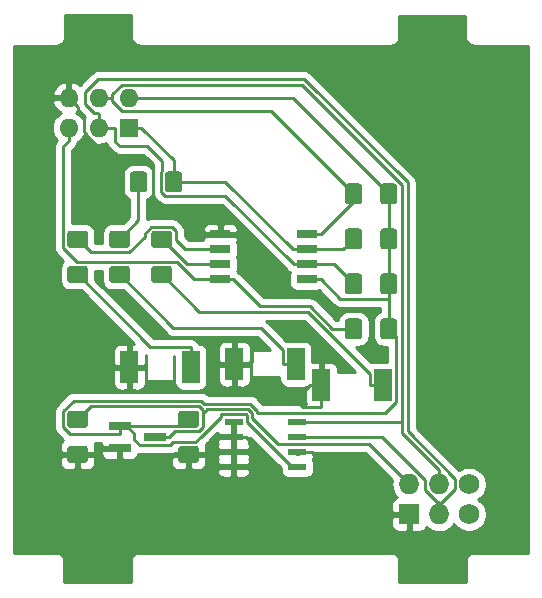
<source format=gbr>
G04 #@! TF.GenerationSoftware,KiCad,Pcbnew,(5.1.0-0)*
G04 #@! TF.CreationDate,2019-05-12T09:59:49-07:00*
G04 #@! TF.ProjectId,shitty_pixel,73686974-7479-45f7-9069-78656c2e6b69,rev?*
G04 #@! TF.SameCoordinates,Original*
G04 #@! TF.FileFunction,Copper,L2,Bot*
G04 #@! TF.FilePolarity,Positive*
%FSLAX46Y46*%
G04 Gerber Fmt 4.6, Leading zero omitted, Abs format (unit mm)*
G04 Created by KiCad (PCBNEW (5.1.0-0)) date 2019-05-12 09:59:49*
%MOMM*%
%LPD*%
G04 APERTURE LIST*
%ADD10O,1.600000X1.600000*%
%ADD11R,1.600000X1.600000*%
%ADD12C,0.100000*%
%ADD13C,1.425000*%
%ADD14R,1.900000X0.800000*%
%ADD15R,1.550000X0.600000*%
%ADD16R,1.700000X0.650000*%
%ADD17R,1.500000X2.700000*%
%ADD18C,1.727200*%
%ADD19O,1.727200X1.727200*%
%ADD20R,1.727200X1.727200*%
%ADD21C,0.250000*%
%ADD22C,0.254000*%
G04 APERTURE END LIST*
D10*
X138176000Y-80264000D03*
D11*
X138176000Y-82804000D03*
D10*
X135636000Y-80264000D03*
X135636000Y-82804000D03*
X133096000Y-80264000D03*
X133096000Y-82804000D03*
D12*
G36*
X141619504Y-91527204D02*
G01*
X141643773Y-91530804D01*
X141667571Y-91536765D01*
X141690671Y-91545030D01*
X141712849Y-91555520D01*
X141733893Y-91568133D01*
X141753598Y-91582747D01*
X141771777Y-91599223D01*
X141788253Y-91617402D01*
X141802867Y-91637107D01*
X141815480Y-91658151D01*
X141825970Y-91680329D01*
X141834235Y-91703429D01*
X141840196Y-91727227D01*
X141843796Y-91751496D01*
X141845000Y-91776000D01*
X141845000Y-92701000D01*
X141843796Y-92725504D01*
X141840196Y-92749773D01*
X141834235Y-92773571D01*
X141825970Y-92796671D01*
X141815480Y-92818849D01*
X141802867Y-92839893D01*
X141788253Y-92859598D01*
X141771777Y-92877777D01*
X141753598Y-92894253D01*
X141733893Y-92908867D01*
X141712849Y-92921480D01*
X141690671Y-92931970D01*
X141667571Y-92940235D01*
X141643773Y-92946196D01*
X141619504Y-92949796D01*
X141595000Y-92951000D01*
X140345000Y-92951000D01*
X140320496Y-92949796D01*
X140296227Y-92946196D01*
X140272429Y-92940235D01*
X140249329Y-92931970D01*
X140227151Y-92921480D01*
X140206107Y-92908867D01*
X140186402Y-92894253D01*
X140168223Y-92877777D01*
X140151747Y-92859598D01*
X140137133Y-92839893D01*
X140124520Y-92818849D01*
X140114030Y-92796671D01*
X140105765Y-92773571D01*
X140099804Y-92749773D01*
X140096204Y-92725504D01*
X140095000Y-92701000D01*
X140095000Y-91776000D01*
X140096204Y-91751496D01*
X140099804Y-91727227D01*
X140105765Y-91703429D01*
X140114030Y-91680329D01*
X140124520Y-91658151D01*
X140137133Y-91637107D01*
X140151747Y-91617402D01*
X140168223Y-91599223D01*
X140186402Y-91582747D01*
X140206107Y-91568133D01*
X140227151Y-91555520D01*
X140249329Y-91545030D01*
X140272429Y-91536765D01*
X140296227Y-91530804D01*
X140320496Y-91527204D01*
X140345000Y-91526000D01*
X141595000Y-91526000D01*
X141619504Y-91527204D01*
X141619504Y-91527204D01*
G37*
D13*
X140970000Y-92238500D03*
D12*
G36*
X141619504Y-94502204D02*
G01*
X141643773Y-94505804D01*
X141667571Y-94511765D01*
X141690671Y-94520030D01*
X141712849Y-94530520D01*
X141733893Y-94543133D01*
X141753598Y-94557747D01*
X141771777Y-94574223D01*
X141788253Y-94592402D01*
X141802867Y-94612107D01*
X141815480Y-94633151D01*
X141825970Y-94655329D01*
X141834235Y-94678429D01*
X141840196Y-94702227D01*
X141843796Y-94726496D01*
X141845000Y-94751000D01*
X141845000Y-95676000D01*
X141843796Y-95700504D01*
X141840196Y-95724773D01*
X141834235Y-95748571D01*
X141825970Y-95771671D01*
X141815480Y-95793849D01*
X141802867Y-95814893D01*
X141788253Y-95834598D01*
X141771777Y-95852777D01*
X141753598Y-95869253D01*
X141733893Y-95883867D01*
X141712849Y-95896480D01*
X141690671Y-95906970D01*
X141667571Y-95915235D01*
X141643773Y-95921196D01*
X141619504Y-95924796D01*
X141595000Y-95926000D01*
X140345000Y-95926000D01*
X140320496Y-95924796D01*
X140296227Y-95921196D01*
X140272429Y-95915235D01*
X140249329Y-95906970D01*
X140227151Y-95896480D01*
X140206107Y-95883867D01*
X140186402Y-95869253D01*
X140168223Y-95852777D01*
X140151747Y-95834598D01*
X140137133Y-95814893D01*
X140124520Y-95793849D01*
X140114030Y-95771671D01*
X140105765Y-95748571D01*
X140099804Y-95724773D01*
X140096204Y-95700504D01*
X140095000Y-95676000D01*
X140095000Y-94751000D01*
X140096204Y-94726496D01*
X140099804Y-94702227D01*
X140105765Y-94678429D01*
X140114030Y-94655329D01*
X140124520Y-94633151D01*
X140137133Y-94612107D01*
X140151747Y-94592402D01*
X140168223Y-94574223D01*
X140186402Y-94557747D01*
X140206107Y-94543133D01*
X140227151Y-94530520D01*
X140249329Y-94520030D01*
X140272429Y-94511765D01*
X140296227Y-94505804D01*
X140320496Y-94502204D01*
X140345000Y-94501000D01*
X141595000Y-94501000D01*
X141619504Y-94502204D01*
X141619504Y-94502204D01*
G37*
D13*
X140970000Y-95213500D03*
D12*
G36*
X143905504Y-109742204D02*
G01*
X143929773Y-109745804D01*
X143953571Y-109751765D01*
X143976671Y-109760030D01*
X143998849Y-109770520D01*
X144019893Y-109783133D01*
X144039598Y-109797747D01*
X144057777Y-109814223D01*
X144074253Y-109832402D01*
X144088867Y-109852107D01*
X144101480Y-109873151D01*
X144111970Y-109895329D01*
X144120235Y-109918429D01*
X144126196Y-109942227D01*
X144129796Y-109966496D01*
X144131000Y-109991000D01*
X144131000Y-110916000D01*
X144129796Y-110940504D01*
X144126196Y-110964773D01*
X144120235Y-110988571D01*
X144111970Y-111011671D01*
X144101480Y-111033849D01*
X144088867Y-111054893D01*
X144074253Y-111074598D01*
X144057777Y-111092777D01*
X144039598Y-111109253D01*
X144019893Y-111123867D01*
X143998849Y-111136480D01*
X143976671Y-111146970D01*
X143953571Y-111155235D01*
X143929773Y-111161196D01*
X143905504Y-111164796D01*
X143881000Y-111166000D01*
X142631000Y-111166000D01*
X142606496Y-111164796D01*
X142582227Y-111161196D01*
X142558429Y-111155235D01*
X142535329Y-111146970D01*
X142513151Y-111136480D01*
X142492107Y-111123867D01*
X142472402Y-111109253D01*
X142454223Y-111092777D01*
X142437747Y-111074598D01*
X142423133Y-111054893D01*
X142410520Y-111033849D01*
X142400030Y-111011671D01*
X142391765Y-110988571D01*
X142385804Y-110964773D01*
X142382204Y-110940504D01*
X142381000Y-110916000D01*
X142381000Y-109991000D01*
X142382204Y-109966496D01*
X142385804Y-109942227D01*
X142391765Y-109918429D01*
X142400030Y-109895329D01*
X142410520Y-109873151D01*
X142423133Y-109852107D01*
X142437747Y-109832402D01*
X142454223Y-109814223D01*
X142472402Y-109797747D01*
X142492107Y-109783133D01*
X142513151Y-109770520D01*
X142535329Y-109760030D01*
X142558429Y-109751765D01*
X142582227Y-109745804D01*
X142606496Y-109742204D01*
X142631000Y-109741000D01*
X143881000Y-109741000D01*
X143905504Y-109742204D01*
X143905504Y-109742204D01*
G37*
D13*
X143256000Y-110453500D03*
D12*
G36*
X143905504Y-106767204D02*
G01*
X143929773Y-106770804D01*
X143953571Y-106776765D01*
X143976671Y-106785030D01*
X143998849Y-106795520D01*
X144019893Y-106808133D01*
X144039598Y-106822747D01*
X144057777Y-106839223D01*
X144074253Y-106857402D01*
X144088867Y-106877107D01*
X144101480Y-106898151D01*
X144111970Y-106920329D01*
X144120235Y-106943429D01*
X144126196Y-106967227D01*
X144129796Y-106991496D01*
X144131000Y-107016000D01*
X144131000Y-107941000D01*
X144129796Y-107965504D01*
X144126196Y-107989773D01*
X144120235Y-108013571D01*
X144111970Y-108036671D01*
X144101480Y-108058849D01*
X144088867Y-108079893D01*
X144074253Y-108099598D01*
X144057777Y-108117777D01*
X144039598Y-108134253D01*
X144019893Y-108148867D01*
X143998849Y-108161480D01*
X143976671Y-108171970D01*
X143953571Y-108180235D01*
X143929773Y-108186196D01*
X143905504Y-108189796D01*
X143881000Y-108191000D01*
X142631000Y-108191000D01*
X142606496Y-108189796D01*
X142582227Y-108186196D01*
X142558429Y-108180235D01*
X142535329Y-108171970D01*
X142513151Y-108161480D01*
X142492107Y-108148867D01*
X142472402Y-108134253D01*
X142454223Y-108117777D01*
X142437747Y-108099598D01*
X142423133Y-108079893D01*
X142410520Y-108058849D01*
X142400030Y-108036671D01*
X142391765Y-108013571D01*
X142385804Y-107989773D01*
X142382204Y-107965504D01*
X142381000Y-107941000D01*
X142381000Y-107016000D01*
X142382204Y-106991496D01*
X142385804Y-106967227D01*
X142391765Y-106943429D01*
X142400030Y-106920329D01*
X142410520Y-106898151D01*
X142423133Y-106877107D01*
X142437747Y-106857402D01*
X142454223Y-106839223D01*
X142472402Y-106822747D01*
X142492107Y-106808133D01*
X142513151Y-106795520D01*
X142535329Y-106785030D01*
X142558429Y-106776765D01*
X142582227Y-106770804D01*
X142606496Y-106767204D01*
X142631000Y-106766000D01*
X143881000Y-106766000D01*
X143905504Y-106767204D01*
X143905504Y-106767204D01*
G37*
D13*
X143256000Y-107478500D03*
D12*
G36*
X134507504Y-109742204D02*
G01*
X134531773Y-109745804D01*
X134555571Y-109751765D01*
X134578671Y-109760030D01*
X134600849Y-109770520D01*
X134621893Y-109783133D01*
X134641598Y-109797747D01*
X134659777Y-109814223D01*
X134676253Y-109832402D01*
X134690867Y-109852107D01*
X134703480Y-109873151D01*
X134713970Y-109895329D01*
X134722235Y-109918429D01*
X134728196Y-109942227D01*
X134731796Y-109966496D01*
X134733000Y-109991000D01*
X134733000Y-110916000D01*
X134731796Y-110940504D01*
X134728196Y-110964773D01*
X134722235Y-110988571D01*
X134713970Y-111011671D01*
X134703480Y-111033849D01*
X134690867Y-111054893D01*
X134676253Y-111074598D01*
X134659777Y-111092777D01*
X134641598Y-111109253D01*
X134621893Y-111123867D01*
X134600849Y-111136480D01*
X134578671Y-111146970D01*
X134555571Y-111155235D01*
X134531773Y-111161196D01*
X134507504Y-111164796D01*
X134483000Y-111166000D01*
X133233000Y-111166000D01*
X133208496Y-111164796D01*
X133184227Y-111161196D01*
X133160429Y-111155235D01*
X133137329Y-111146970D01*
X133115151Y-111136480D01*
X133094107Y-111123867D01*
X133074402Y-111109253D01*
X133056223Y-111092777D01*
X133039747Y-111074598D01*
X133025133Y-111054893D01*
X133012520Y-111033849D01*
X133002030Y-111011671D01*
X132993765Y-110988571D01*
X132987804Y-110964773D01*
X132984204Y-110940504D01*
X132983000Y-110916000D01*
X132983000Y-109991000D01*
X132984204Y-109966496D01*
X132987804Y-109942227D01*
X132993765Y-109918429D01*
X133002030Y-109895329D01*
X133012520Y-109873151D01*
X133025133Y-109852107D01*
X133039747Y-109832402D01*
X133056223Y-109814223D01*
X133074402Y-109797747D01*
X133094107Y-109783133D01*
X133115151Y-109770520D01*
X133137329Y-109760030D01*
X133160429Y-109751765D01*
X133184227Y-109745804D01*
X133208496Y-109742204D01*
X133233000Y-109741000D01*
X134483000Y-109741000D01*
X134507504Y-109742204D01*
X134507504Y-109742204D01*
G37*
D13*
X133858000Y-110453500D03*
D12*
G36*
X134507504Y-106767204D02*
G01*
X134531773Y-106770804D01*
X134555571Y-106776765D01*
X134578671Y-106785030D01*
X134600849Y-106795520D01*
X134621893Y-106808133D01*
X134641598Y-106822747D01*
X134659777Y-106839223D01*
X134676253Y-106857402D01*
X134690867Y-106877107D01*
X134703480Y-106898151D01*
X134713970Y-106920329D01*
X134722235Y-106943429D01*
X134728196Y-106967227D01*
X134731796Y-106991496D01*
X134733000Y-107016000D01*
X134733000Y-107941000D01*
X134731796Y-107965504D01*
X134728196Y-107989773D01*
X134722235Y-108013571D01*
X134713970Y-108036671D01*
X134703480Y-108058849D01*
X134690867Y-108079893D01*
X134676253Y-108099598D01*
X134659777Y-108117777D01*
X134641598Y-108134253D01*
X134621893Y-108148867D01*
X134600849Y-108161480D01*
X134578671Y-108171970D01*
X134555571Y-108180235D01*
X134531773Y-108186196D01*
X134507504Y-108189796D01*
X134483000Y-108191000D01*
X133233000Y-108191000D01*
X133208496Y-108189796D01*
X133184227Y-108186196D01*
X133160429Y-108180235D01*
X133137329Y-108171970D01*
X133115151Y-108161480D01*
X133094107Y-108148867D01*
X133074402Y-108134253D01*
X133056223Y-108117777D01*
X133039747Y-108099598D01*
X133025133Y-108079893D01*
X133012520Y-108058849D01*
X133002030Y-108036671D01*
X132993765Y-108013571D01*
X132987804Y-107989773D01*
X132984204Y-107965504D01*
X132983000Y-107941000D01*
X132983000Y-107016000D01*
X132984204Y-106991496D01*
X132987804Y-106967227D01*
X132993765Y-106943429D01*
X133002030Y-106920329D01*
X133012520Y-106898151D01*
X133025133Y-106877107D01*
X133039747Y-106857402D01*
X133056223Y-106839223D01*
X133074402Y-106822747D01*
X133094107Y-106808133D01*
X133115151Y-106795520D01*
X133137329Y-106785030D01*
X133160429Y-106776765D01*
X133184227Y-106770804D01*
X133208496Y-106767204D01*
X133233000Y-106766000D01*
X134483000Y-106766000D01*
X134507504Y-106767204D01*
X134507504Y-106767204D01*
G37*
D13*
X133858000Y-107478500D03*
D14*
X140438000Y-108966000D03*
X137438000Y-108016000D03*
X137438000Y-109916000D03*
D12*
G36*
X142472504Y-86502204D02*
G01*
X142496773Y-86505804D01*
X142520571Y-86511765D01*
X142543671Y-86520030D01*
X142565849Y-86530520D01*
X142586893Y-86543133D01*
X142606598Y-86557747D01*
X142624777Y-86574223D01*
X142641253Y-86592402D01*
X142655867Y-86612107D01*
X142668480Y-86633151D01*
X142678970Y-86655329D01*
X142687235Y-86678429D01*
X142693196Y-86702227D01*
X142696796Y-86726496D01*
X142698000Y-86751000D01*
X142698000Y-88001000D01*
X142696796Y-88025504D01*
X142693196Y-88049773D01*
X142687235Y-88073571D01*
X142678970Y-88096671D01*
X142668480Y-88118849D01*
X142655867Y-88139893D01*
X142641253Y-88159598D01*
X142624777Y-88177777D01*
X142606598Y-88194253D01*
X142586893Y-88208867D01*
X142565849Y-88221480D01*
X142543671Y-88231970D01*
X142520571Y-88240235D01*
X142496773Y-88246196D01*
X142472504Y-88249796D01*
X142448000Y-88251000D01*
X141523000Y-88251000D01*
X141498496Y-88249796D01*
X141474227Y-88246196D01*
X141450429Y-88240235D01*
X141427329Y-88231970D01*
X141405151Y-88221480D01*
X141384107Y-88208867D01*
X141364402Y-88194253D01*
X141346223Y-88177777D01*
X141329747Y-88159598D01*
X141315133Y-88139893D01*
X141302520Y-88118849D01*
X141292030Y-88096671D01*
X141283765Y-88073571D01*
X141277804Y-88049773D01*
X141274204Y-88025504D01*
X141273000Y-88001000D01*
X141273000Y-86751000D01*
X141274204Y-86726496D01*
X141277804Y-86702227D01*
X141283765Y-86678429D01*
X141292030Y-86655329D01*
X141302520Y-86633151D01*
X141315133Y-86612107D01*
X141329747Y-86592402D01*
X141346223Y-86574223D01*
X141364402Y-86557747D01*
X141384107Y-86543133D01*
X141405151Y-86530520D01*
X141427329Y-86520030D01*
X141450429Y-86511765D01*
X141474227Y-86505804D01*
X141498496Y-86502204D01*
X141523000Y-86501000D01*
X142448000Y-86501000D01*
X142472504Y-86502204D01*
X142472504Y-86502204D01*
G37*
D13*
X141985500Y-87376000D03*
D12*
G36*
X139497504Y-86502204D02*
G01*
X139521773Y-86505804D01*
X139545571Y-86511765D01*
X139568671Y-86520030D01*
X139590849Y-86530520D01*
X139611893Y-86543133D01*
X139631598Y-86557747D01*
X139649777Y-86574223D01*
X139666253Y-86592402D01*
X139680867Y-86612107D01*
X139693480Y-86633151D01*
X139703970Y-86655329D01*
X139712235Y-86678429D01*
X139718196Y-86702227D01*
X139721796Y-86726496D01*
X139723000Y-86751000D01*
X139723000Y-88001000D01*
X139721796Y-88025504D01*
X139718196Y-88049773D01*
X139712235Y-88073571D01*
X139703970Y-88096671D01*
X139693480Y-88118849D01*
X139680867Y-88139893D01*
X139666253Y-88159598D01*
X139649777Y-88177777D01*
X139631598Y-88194253D01*
X139611893Y-88208867D01*
X139590849Y-88221480D01*
X139568671Y-88231970D01*
X139545571Y-88240235D01*
X139521773Y-88246196D01*
X139497504Y-88249796D01*
X139473000Y-88251000D01*
X138548000Y-88251000D01*
X138523496Y-88249796D01*
X138499227Y-88246196D01*
X138475429Y-88240235D01*
X138452329Y-88231970D01*
X138430151Y-88221480D01*
X138409107Y-88208867D01*
X138389402Y-88194253D01*
X138371223Y-88177777D01*
X138354747Y-88159598D01*
X138340133Y-88139893D01*
X138327520Y-88118849D01*
X138317030Y-88096671D01*
X138308765Y-88073571D01*
X138302804Y-88049773D01*
X138299204Y-88025504D01*
X138298000Y-88001000D01*
X138298000Y-86751000D01*
X138299204Y-86726496D01*
X138302804Y-86702227D01*
X138308765Y-86678429D01*
X138317030Y-86655329D01*
X138327520Y-86633151D01*
X138340133Y-86612107D01*
X138354747Y-86592402D01*
X138371223Y-86574223D01*
X138389402Y-86557747D01*
X138409107Y-86543133D01*
X138430151Y-86530520D01*
X138452329Y-86520030D01*
X138475429Y-86511765D01*
X138499227Y-86505804D01*
X138523496Y-86502204D01*
X138548000Y-86501000D01*
X139473000Y-86501000D01*
X139497504Y-86502204D01*
X139497504Y-86502204D01*
G37*
D13*
X139010500Y-87376000D03*
D15*
X152466000Y-111506000D03*
X152466000Y-110236000D03*
X152466000Y-108966000D03*
X152466000Y-107696000D03*
X147066000Y-107696000D03*
X147066000Y-108966000D03*
X147066000Y-110236000D03*
X147066000Y-111506000D03*
D12*
G36*
X157713504Y-95138204D02*
G01*
X157737773Y-95141804D01*
X157761571Y-95147765D01*
X157784671Y-95156030D01*
X157806849Y-95166520D01*
X157827893Y-95179133D01*
X157847598Y-95193747D01*
X157865777Y-95210223D01*
X157882253Y-95228402D01*
X157896867Y-95248107D01*
X157909480Y-95269151D01*
X157919970Y-95291329D01*
X157928235Y-95314429D01*
X157934196Y-95338227D01*
X157937796Y-95362496D01*
X157939000Y-95387000D01*
X157939000Y-96637000D01*
X157937796Y-96661504D01*
X157934196Y-96685773D01*
X157928235Y-96709571D01*
X157919970Y-96732671D01*
X157909480Y-96754849D01*
X157896867Y-96775893D01*
X157882253Y-96795598D01*
X157865777Y-96813777D01*
X157847598Y-96830253D01*
X157827893Y-96844867D01*
X157806849Y-96857480D01*
X157784671Y-96867970D01*
X157761571Y-96876235D01*
X157737773Y-96882196D01*
X157713504Y-96885796D01*
X157689000Y-96887000D01*
X156764000Y-96887000D01*
X156739496Y-96885796D01*
X156715227Y-96882196D01*
X156691429Y-96876235D01*
X156668329Y-96867970D01*
X156646151Y-96857480D01*
X156625107Y-96844867D01*
X156605402Y-96830253D01*
X156587223Y-96813777D01*
X156570747Y-96795598D01*
X156556133Y-96775893D01*
X156543520Y-96754849D01*
X156533030Y-96732671D01*
X156524765Y-96709571D01*
X156518804Y-96685773D01*
X156515204Y-96661504D01*
X156514000Y-96637000D01*
X156514000Y-95387000D01*
X156515204Y-95362496D01*
X156518804Y-95338227D01*
X156524765Y-95314429D01*
X156533030Y-95291329D01*
X156543520Y-95269151D01*
X156556133Y-95248107D01*
X156570747Y-95228402D01*
X156587223Y-95210223D01*
X156605402Y-95193747D01*
X156625107Y-95179133D01*
X156646151Y-95166520D01*
X156668329Y-95156030D01*
X156691429Y-95147765D01*
X156715227Y-95141804D01*
X156739496Y-95138204D01*
X156764000Y-95137000D01*
X157689000Y-95137000D01*
X157713504Y-95138204D01*
X157713504Y-95138204D01*
G37*
D13*
X157226500Y-96012000D03*
D12*
G36*
X160688504Y-95138204D02*
G01*
X160712773Y-95141804D01*
X160736571Y-95147765D01*
X160759671Y-95156030D01*
X160781849Y-95166520D01*
X160802893Y-95179133D01*
X160822598Y-95193747D01*
X160840777Y-95210223D01*
X160857253Y-95228402D01*
X160871867Y-95248107D01*
X160884480Y-95269151D01*
X160894970Y-95291329D01*
X160903235Y-95314429D01*
X160909196Y-95338227D01*
X160912796Y-95362496D01*
X160914000Y-95387000D01*
X160914000Y-96637000D01*
X160912796Y-96661504D01*
X160909196Y-96685773D01*
X160903235Y-96709571D01*
X160894970Y-96732671D01*
X160884480Y-96754849D01*
X160871867Y-96775893D01*
X160857253Y-96795598D01*
X160840777Y-96813777D01*
X160822598Y-96830253D01*
X160802893Y-96844867D01*
X160781849Y-96857480D01*
X160759671Y-96867970D01*
X160736571Y-96876235D01*
X160712773Y-96882196D01*
X160688504Y-96885796D01*
X160664000Y-96887000D01*
X159739000Y-96887000D01*
X159714496Y-96885796D01*
X159690227Y-96882196D01*
X159666429Y-96876235D01*
X159643329Y-96867970D01*
X159621151Y-96857480D01*
X159600107Y-96844867D01*
X159580402Y-96830253D01*
X159562223Y-96813777D01*
X159545747Y-96795598D01*
X159531133Y-96775893D01*
X159518520Y-96754849D01*
X159508030Y-96732671D01*
X159499765Y-96709571D01*
X159493804Y-96685773D01*
X159490204Y-96661504D01*
X159489000Y-96637000D01*
X159489000Y-95387000D01*
X159490204Y-95362496D01*
X159493804Y-95338227D01*
X159499765Y-95314429D01*
X159508030Y-95291329D01*
X159518520Y-95269151D01*
X159531133Y-95248107D01*
X159545747Y-95228402D01*
X159562223Y-95210223D01*
X159580402Y-95193747D01*
X159600107Y-95179133D01*
X159621151Y-95166520D01*
X159643329Y-95156030D01*
X159666429Y-95147765D01*
X159690227Y-95141804D01*
X159714496Y-95138204D01*
X159739000Y-95137000D01*
X160664000Y-95137000D01*
X160688504Y-95138204D01*
X160688504Y-95138204D01*
G37*
D13*
X160201500Y-96012000D03*
D12*
G36*
X157713504Y-87518204D02*
G01*
X157737773Y-87521804D01*
X157761571Y-87527765D01*
X157784671Y-87536030D01*
X157806849Y-87546520D01*
X157827893Y-87559133D01*
X157847598Y-87573747D01*
X157865777Y-87590223D01*
X157882253Y-87608402D01*
X157896867Y-87628107D01*
X157909480Y-87649151D01*
X157919970Y-87671329D01*
X157928235Y-87694429D01*
X157934196Y-87718227D01*
X157937796Y-87742496D01*
X157939000Y-87767000D01*
X157939000Y-89017000D01*
X157937796Y-89041504D01*
X157934196Y-89065773D01*
X157928235Y-89089571D01*
X157919970Y-89112671D01*
X157909480Y-89134849D01*
X157896867Y-89155893D01*
X157882253Y-89175598D01*
X157865777Y-89193777D01*
X157847598Y-89210253D01*
X157827893Y-89224867D01*
X157806849Y-89237480D01*
X157784671Y-89247970D01*
X157761571Y-89256235D01*
X157737773Y-89262196D01*
X157713504Y-89265796D01*
X157689000Y-89267000D01*
X156764000Y-89267000D01*
X156739496Y-89265796D01*
X156715227Y-89262196D01*
X156691429Y-89256235D01*
X156668329Y-89247970D01*
X156646151Y-89237480D01*
X156625107Y-89224867D01*
X156605402Y-89210253D01*
X156587223Y-89193777D01*
X156570747Y-89175598D01*
X156556133Y-89155893D01*
X156543520Y-89134849D01*
X156533030Y-89112671D01*
X156524765Y-89089571D01*
X156518804Y-89065773D01*
X156515204Y-89041504D01*
X156514000Y-89017000D01*
X156514000Y-87767000D01*
X156515204Y-87742496D01*
X156518804Y-87718227D01*
X156524765Y-87694429D01*
X156533030Y-87671329D01*
X156543520Y-87649151D01*
X156556133Y-87628107D01*
X156570747Y-87608402D01*
X156587223Y-87590223D01*
X156605402Y-87573747D01*
X156625107Y-87559133D01*
X156646151Y-87546520D01*
X156668329Y-87536030D01*
X156691429Y-87527765D01*
X156715227Y-87521804D01*
X156739496Y-87518204D01*
X156764000Y-87517000D01*
X157689000Y-87517000D01*
X157713504Y-87518204D01*
X157713504Y-87518204D01*
G37*
D13*
X157226500Y-88392000D03*
D12*
G36*
X160688504Y-87518204D02*
G01*
X160712773Y-87521804D01*
X160736571Y-87527765D01*
X160759671Y-87536030D01*
X160781849Y-87546520D01*
X160802893Y-87559133D01*
X160822598Y-87573747D01*
X160840777Y-87590223D01*
X160857253Y-87608402D01*
X160871867Y-87628107D01*
X160884480Y-87649151D01*
X160894970Y-87671329D01*
X160903235Y-87694429D01*
X160909196Y-87718227D01*
X160912796Y-87742496D01*
X160914000Y-87767000D01*
X160914000Y-89017000D01*
X160912796Y-89041504D01*
X160909196Y-89065773D01*
X160903235Y-89089571D01*
X160894970Y-89112671D01*
X160884480Y-89134849D01*
X160871867Y-89155893D01*
X160857253Y-89175598D01*
X160840777Y-89193777D01*
X160822598Y-89210253D01*
X160802893Y-89224867D01*
X160781849Y-89237480D01*
X160759671Y-89247970D01*
X160736571Y-89256235D01*
X160712773Y-89262196D01*
X160688504Y-89265796D01*
X160664000Y-89267000D01*
X159739000Y-89267000D01*
X159714496Y-89265796D01*
X159690227Y-89262196D01*
X159666429Y-89256235D01*
X159643329Y-89247970D01*
X159621151Y-89237480D01*
X159600107Y-89224867D01*
X159580402Y-89210253D01*
X159562223Y-89193777D01*
X159545747Y-89175598D01*
X159531133Y-89155893D01*
X159518520Y-89134849D01*
X159508030Y-89112671D01*
X159499765Y-89089571D01*
X159493804Y-89065773D01*
X159490204Y-89041504D01*
X159489000Y-89017000D01*
X159489000Y-87767000D01*
X159490204Y-87742496D01*
X159493804Y-87718227D01*
X159499765Y-87694429D01*
X159508030Y-87671329D01*
X159518520Y-87649151D01*
X159531133Y-87628107D01*
X159545747Y-87608402D01*
X159562223Y-87590223D01*
X159580402Y-87573747D01*
X159600107Y-87559133D01*
X159621151Y-87546520D01*
X159643329Y-87536030D01*
X159666429Y-87527765D01*
X159690227Y-87521804D01*
X159714496Y-87518204D01*
X159739000Y-87517000D01*
X160664000Y-87517000D01*
X160688504Y-87518204D01*
X160688504Y-87518204D01*
G37*
D13*
X160201500Y-88392000D03*
D12*
G36*
X157713504Y-98948204D02*
G01*
X157737773Y-98951804D01*
X157761571Y-98957765D01*
X157784671Y-98966030D01*
X157806849Y-98976520D01*
X157827893Y-98989133D01*
X157847598Y-99003747D01*
X157865777Y-99020223D01*
X157882253Y-99038402D01*
X157896867Y-99058107D01*
X157909480Y-99079151D01*
X157919970Y-99101329D01*
X157928235Y-99124429D01*
X157934196Y-99148227D01*
X157937796Y-99172496D01*
X157939000Y-99197000D01*
X157939000Y-100447000D01*
X157937796Y-100471504D01*
X157934196Y-100495773D01*
X157928235Y-100519571D01*
X157919970Y-100542671D01*
X157909480Y-100564849D01*
X157896867Y-100585893D01*
X157882253Y-100605598D01*
X157865777Y-100623777D01*
X157847598Y-100640253D01*
X157827893Y-100654867D01*
X157806849Y-100667480D01*
X157784671Y-100677970D01*
X157761571Y-100686235D01*
X157737773Y-100692196D01*
X157713504Y-100695796D01*
X157689000Y-100697000D01*
X156764000Y-100697000D01*
X156739496Y-100695796D01*
X156715227Y-100692196D01*
X156691429Y-100686235D01*
X156668329Y-100677970D01*
X156646151Y-100667480D01*
X156625107Y-100654867D01*
X156605402Y-100640253D01*
X156587223Y-100623777D01*
X156570747Y-100605598D01*
X156556133Y-100585893D01*
X156543520Y-100564849D01*
X156533030Y-100542671D01*
X156524765Y-100519571D01*
X156518804Y-100495773D01*
X156515204Y-100471504D01*
X156514000Y-100447000D01*
X156514000Y-99197000D01*
X156515204Y-99172496D01*
X156518804Y-99148227D01*
X156524765Y-99124429D01*
X156533030Y-99101329D01*
X156543520Y-99079151D01*
X156556133Y-99058107D01*
X156570747Y-99038402D01*
X156587223Y-99020223D01*
X156605402Y-99003747D01*
X156625107Y-98989133D01*
X156646151Y-98976520D01*
X156668329Y-98966030D01*
X156691429Y-98957765D01*
X156715227Y-98951804D01*
X156739496Y-98948204D01*
X156764000Y-98947000D01*
X157689000Y-98947000D01*
X157713504Y-98948204D01*
X157713504Y-98948204D01*
G37*
D13*
X157226500Y-99822000D03*
D12*
G36*
X160688504Y-98948204D02*
G01*
X160712773Y-98951804D01*
X160736571Y-98957765D01*
X160759671Y-98966030D01*
X160781849Y-98976520D01*
X160802893Y-98989133D01*
X160822598Y-99003747D01*
X160840777Y-99020223D01*
X160857253Y-99038402D01*
X160871867Y-99058107D01*
X160884480Y-99079151D01*
X160894970Y-99101329D01*
X160903235Y-99124429D01*
X160909196Y-99148227D01*
X160912796Y-99172496D01*
X160914000Y-99197000D01*
X160914000Y-100447000D01*
X160912796Y-100471504D01*
X160909196Y-100495773D01*
X160903235Y-100519571D01*
X160894970Y-100542671D01*
X160884480Y-100564849D01*
X160871867Y-100585893D01*
X160857253Y-100605598D01*
X160840777Y-100623777D01*
X160822598Y-100640253D01*
X160802893Y-100654867D01*
X160781849Y-100667480D01*
X160759671Y-100677970D01*
X160736571Y-100686235D01*
X160712773Y-100692196D01*
X160688504Y-100695796D01*
X160664000Y-100697000D01*
X159739000Y-100697000D01*
X159714496Y-100695796D01*
X159690227Y-100692196D01*
X159666429Y-100686235D01*
X159643329Y-100677970D01*
X159621151Y-100667480D01*
X159600107Y-100654867D01*
X159580402Y-100640253D01*
X159562223Y-100623777D01*
X159545747Y-100605598D01*
X159531133Y-100585893D01*
X159518520Y-100564849D01*
X159508030Y-100542671D01*
X159499765Y-100519571D01*
X159493804Y-100495773D01*
X159490204Y-100471504D01*
X159489000Y-100447000D01*
X159489000Y-99197000D01*
X159490204Y-99172496D01*
X159493804Y-99148227D01*
X159499765Y-99124429D01*
X159508030Y-99101329D01*
X159518520Y-99079151D01*
X159531133Y-99058107D01*
X159545747Y-99038402D01*
X159562223Y-99020223D01*
X159580402Y-99003747D01*
X159600107Y-98989133D01*
X159621151Y-98976520D01*
X159643329Y-98966030D01*
X159666429Y-98957765D01*
X159690227Y-98951804D01*
X159714496Y-98948204D01*
X159739000Y-98947000D01*
X160664000Y-98947000D01*
X160688504Y-98948204D01*
X160688504Y-98948204D01*
G37*
D13*
X160201500Y-99822000D03*
D12*
G36*
X157713504Y-91328204D02*
G01*
X157737773Y-91331804D01*
X157761571Y-91337765D01*
X157784671Y-91346030D01*
X157806849Y-91356520D01*
X157827893Y-91369133D01*
X157847598Y-91383747D01*
X157865777Y-91400223D01*
X157882253Y-91418402D01*
X157896867Y-91438107D01*
X157909480Y-91459151D01*
X157919970Y-91481329D01*
X157928235Y-91504429D01*
X157934196Y-91528227D01*
X157937796Y-91552496D01*
X157939000Y-91577000D01*
X157939000Y-92827000D01*
X157937796Y-92851504D01*
X157934196Y-92875773D01*
X157928235Y-92899571D01*
X157919970Y-92922671D01*
X157909480Y-92944849D01*
X157896867Y-92965893D01*
X157882253Y-92985598D01*
X157865777Y-93003777D01*
X157847598Y-93020253D01*
X157827893Y-93034867D01*
X157806849Y-93047480D01*
X157784671Y-93057970D01*
X157761571Y-93066235D01*
X157737773Y-93072196D01*
X157713504Y-93075796D01*
X157689000Y-93077000D01*
X156764000Y-93077000D01*
X156739496Y-93075796D01*
X156715227Y-93072196D01*
X156691429Y-93066235D01*
X156668329Y-93057970D01*
X156646151Y-93047480D01*
X156625107Y-93034867D01*
X156605402Y-93020253D01*
X156587223Y-93003777D01*
X156570747Y-92985598D01*
X156556133Y-92965893D01*
X156543520Y-92944849D01*
X156533030Y-92922671D01*
X156524765Y-92899571D01*
X156518804Y-92875773D01*
X156515204Y-92851504D01*
X156514000Y-92827000D01*
X156514000Y-91577000D01*
X156515204Y-91552496D01*
X156518804Y-91528227D01*
X156524765Y-91504429D01*
X156533030Y-91481329D01*
X156543520Y-91459151D01*
X156556133Y-91438107D01*
X156570747Y-91418402D01*
X156587223Y-91400223D01*
X156605402Y-91383747D01*
X156625107Y-91369133D01*
X156646151Y-91356520D01*
X156668329Y-91346030D01*
X156691429Y-91337765D01*
X156715227Y-91331804D01*
X156739496Y-91328204D01*
X156764000Y-91327000D01*
X157689000Y-91327000D01*
X157713504Y-91328204D01*
X157713504Y-91328204D01*
G37*
D13*
X157226500Y-92202000D03*
D12*
G36*
X160688504Y-91328204D02*
G01*
X160712773Y-91331804D01*
X160736571Y-91337765D01*
X160759671Y-91346030D01*
X160781849Y-91356520D01*
X160802893Y-91369133D01*
X160822598Y-91383747D01*
X160840777Y-91400223D01*
X160857253Y-91418402D01*
X160871867Y-91438107D01*
X160884480Y-91459151D01*
X160894970Y-91481329D01*
X160903235Y-91504429D01*
X160909196Y-91528227D01*
X160912796Y-91552496D01*
X160914000Y-91577000D01*
X160914000Y-92827000D01*
X160912796Y-92851504D01*
X160909196Y-92875773D01*
X160903235Y-92899571D01*
X160894970Y-92922671D01*
X160884480Y-92944849D01*
X160871867Y-92965893D01*
X160857253Y-92985598D01*
X160840777Y-93003777D01*
X160822598Y-93020253D01*
X160802893Y-93034867D01*
X160781849Y-93047480D01*
X160759671Y-93057970D01*
X160736571Y-93066235D01*
X160712773Y-93072196D01*
X160688504Y-93075796D01*
X160664000Y-93077000D01*
X159739000Y-93077000D01*
X159714496Y-93075796D01*
X159690227Y-93072196D01*
X159666429Y-93066235D01*
X159643329Y-93057970D01*
X159621151Y-93047480D01*
X159600107Y-93034867D01*
X159580402Y-93020253D01*
X159562223Y-93003777D01*
X159545747Y-92985598D01*
X159531133Y-92965893D01*
X159518520Y-92944849D01*
X159508030Y-92922671D01*
X159499765Y-92899571D01*
X159493804Y-92875773D01*
X159490204Y-92851504D01*
X159489000Y-92827000D01*
X159489000Y-91577000D01*
X159490204Y-91552496D01*
X159493804Y-91528227D01*
X159499765Y-91504429D01*
X159508030Y-91481329D01*
X159518520Y-91459151D01*
X159531133Y-91438107D01*
X159545747Y-91418402D01*
X159562223Y-91400223D01*
X159580402Y-91383747D01*
X159600107Y-91369133D01*
X159621151Y-91356520D01*
X159643329Y-91346030D01*
X159666429Y-91337765D01*
X159690227Y-91331804D01*
X159714496Y-91328204D01*
X159739000Y-91327000D01*
X160664000Y-91327000D01*
X160688504Y-91328204D01*
X160688504Y-91328204D01*
G37*
D13*
X160201500Y-92202000D03*
D16*
X153256000Y-95631000D03*
X153256000Y-94361000D03*
X153256000Y-93091000D03*
X153256000Y-91821000D03*
X145956000Y-91821000D03*
X145956000Y-93091000D03*
X145956000Y-94361000D03*
X145956000Y-95631000D03*
D12*
G36*
X134507504Y-91527204D02*
G01*
X134531773Y-91530804D01*
X134555571Y-91536765D01*
X134578671Y-91545030D01*
X134600849Y-91555520D01*
X134621893Y-91568133D01*
X134641598Y-91582747D01*
X134659777Y-91599223D01*
X134676253Y-91617402D01*
X134690867Y-91637107D01*
X134703480Y-91658151D01*
X134713970Y-91680329D01*
X134722235Y-91703429D01*
X134728196Y-91727227D01*
X134731796Y-91751496D01*
X134733000Y-91776000D01*
X134733000Y-92701000D01*
X134731796Y-92725504D01*
X134728196Y-92749773D01*
X134722235Y-92773571D01*
X134713970Y-92796671D01*
X134703480Y-92818849D01*
X134690867Y-92839893D01*
X134676253Y-92859598D01*
X134659777Y-92877777D01*
X134641598Y-92894253D01*
X134621893Y-92908867D01*
X134600849Y-92921480D01*
X134578671Y-92931970D01*
X134555571Y-92940235D01*
X134531773Y-92946196D01*
X134507504Y-92949796D01*
X134483000Y-92951000D01*
X133233000Y-92951000D01*
X133208496Y-92949796D01*
X133184227Y-92946196D01*
X133160429Y-92940235D01*
X133137329Y-92931970D01*
X133115151Y-92921480D01*
X133094107Y-92908867D01*
X133074402Y-92894253D01*
X133056223Y-92877777D01*
X133039747Y-92859598D01*
X133025133Y-92839893D01*
X133012520Y-92818849D01*
X133002030Y-92796671D01*
X132993765Y-92773571D01*
X132987804Y-92749773D01*
X132984204Y-92725504D01*
X132983000Y-92701000D01*
X132983000Y-91776000D01*
X132984204Y-91751496D01*
X132987804Y-91727227D01*
X132993765Y-91703429D01*
X133002030Y-91680329D01*
X133012520Y-91658151D01*
X133025133Y-91637107D01*
X133039747Y-91617402D01*
X133056223Y-91599223D01*
X133074402Y-91582747D01*
X133094107Y-91568133D01*
X133115151Y-91555520D01*
X133137329Y-91545030D01*
X133160429Y-91536765D01*
X133184227Y-91530804D01*
X133208496Y-91527204D01*
X133233000Y-91526000D01*
X134483000Y-91526000D01*
X134507504Y-91527204D01*
X134507504Y-91527204D01*
G37*
D13*
X133858000Y-92238500D03*
D12*
G36*
X134507504Y-94502204D02*
G01*
X134531773Y-94505804D01*
X134555571Y-94511765D01*
X134578671Y-94520030D01*
X134600849Y-94530520D01*
X134621893Y-94543133D01*
X134641598Y-94557747D01*
X134659777Y-94574223D01*
X134676253Y-94592402D01*
X134690867Y-94612107D01*
X134703480Y-94633151D01*
X134713970Y-94655329D01*
X134722235Y-94678429D01*
X134728196Y-94702227D01*
X134731796Y-94726496D01*
X134733000Y-94751000D01*
X134733000Y-95676000D01*
X134731796Y-95700504D01*
X134728196Y-95724773D01*
X134722235Y-95748571D01*
X134713970Y-95771671D01*
X134703480Y-95793849D01*
X134690867Y-95814893D01*
X134676253Y-95834598D01*
X134659777Y-95852777D01*
X134641598Y-95869253D01*
X134621893Y-95883867D01*
X134600849Y-95896480D01*
X134578671Y-95906970D01*
X134555571Y-95915235D01*
X134531773Y-95921196D01*
X134507504Y-95924796D01*
X134483000Y-95926000D01*
X133233000Y-95926000D01*
X133208496Y-95924796D01*
X133184227Y-95921196D01*
X133160429Y-95915235D01*
X133137329Y-95906970D01*
X133115151Y-95896480D01*
X133094107Y-95883867D01*
X133074402Y-95869253D01*
X133056223Y-95852777D01*
X133039747Y-95834598D01*
X133025133Y-95814893D01*
X133012520Y-95793849D01*
X133002030Y-95771671D01*
X132993765Y-95748571D01*
X132987804Y-95724773D01*
X132984204Y-95700504D01*
X132983000Y-95676000D01*
X132983000Y-94751000D01*
X132984204Y-94726496D01*
X132987804Y-94702227D01*
X132993765Y-94678429D01*
X133002030Y-94655329D01*
X133012520Y-94633151D01*
X133025133Y-94612107D01*
X133039747Y-94592402D01*
X133056223Y-94574223D01*
X133074402Y-94557747D01*
X133094107Y-94543133D01*
X133115151Y-94530520D01*
X133137329Y-94520030D01*
X133160429Y-94511765D01*
X133184227Y-94505804D01*
X133208496Y-94502204D01*
X133233000Y-94501000D01*
X134483000Y-94501000D01*
X134507504Y-94502204D01*
X134507504Y-94502204D01*
G37*
D13*
X133858000Y-95213500D03*
D12*
G36*
X138063504Y-91527204D02*
G01*
X138087773Y-91530804D01*
X138111571Y-91536765D01*
X138134671Y-91545030D01*
X138156849Y-91555520D01*
X138177893Y-91568133D01*
X138197598Y-91582747D01*
X138215777Y-91599223D01*
X138232253Y-91617402D01*
X138246867Y-91637107D01*
X138259480Y-91658151D01*
X138269970Y-91680329D01*
X138278235Y-91703429D01*
X138284196Y-91727227D01*
X138287796Y-91751496D01*
X138289000Y-91776000D01*
X138289000Y-92701000D01*
X138287796Y-92725504D01*
X138284196Y-92749773D01*
X138278235Y-92773571D01*
X138269970Y-92796671D01*
X138259480Y-92818849D01*
X138246867Y-92839893D01*
X138232253Y-92859598D01*
X138215777Y-92877777D01*
X138197598Y-92894253D01*
X138177893Y-92908867D01*
X138156849Y-92921480D01*
X138134671Y-92931970D01*
X138111571Y-92940235D01*
X138087773Y-92946196D01*
X138063504Y-92949796D01*
X138039000Y-92951000D01*
X136789000Y-92951000D01*
X136764496Y-92949796D01*
X136740227Y-92946196D01*
X136716429Y-92940235D01*
X136693329Y-92931970D01*
X136671151Y-92921480D01*
X136650107Y-92908867D01*
X136630402Y-92894253D01*
X136612223Y-92877777D01*
X136595747Y-92859598D01*
X136581133Y-92839893D01*
X136568520Y-92818849D01*
X136558030Y-92796671D01*
X136549765Y-92773571D01*
X136543804Y-92749773D01*
X136540204Y-92725504D01*
X136539000Y-92701000D01*
X136539000Y-91776000D01*
X136540204Y-91751496D01*
X136543804Y-91727227D01*
X136549765Y-91703429D01*
X136558030Y-91680329D01*
X136568520Y-91658151D01*
X136581133Y-91637107D01*
X136595747Y-91617402D01*
X136612223Y-91599223D01*
X136630402Y-91582747D01*
X136650107Y-91568133D01*
X136671151Y-91555520D01*
X136693329Y-91545030D01*
X136716429Y-91536765D01*
X136740227Y-91530804D01*
X136764496Y-91527204D01*
X136789000Y-91526000D01*
X138039000Y-91526000D01*
X138063504Y-91527204D01*
X138063504Y-91527204D01*
G37*
D13*
X137414000Y-92238500D03*
D12*
G36*
X138063504Y-94502204D02*
G01*
X138087773Y-94505804D01*
X138111571Y-94511765D01*
X138134671Y-94520030D01*
X138156849Y-94530520D01*
X138177893Y-94543133D01*
X138197598Y-94557747D01*
X138215777Y-94574223D01*
X138232253Y-94592402D01*
X138246867Y-94612107D01*
X138259480Y-94633151D01*
X138269970Y-94655329D01*
X138278235Y-94678429D01*
X138284196Y-94702227D01*
X138287796Y-94726496D01*
X138289000Y-94751000D01*
X138289000Y-95676000D01*
X138287796Y-95700504D01*
X138284196Y-95724773D01*
X138278235Y-95748571D01*
X138269970Y-95771671D01*
X138259480Y-95793849D01*
X138246867Y-95814893D01*
X138232253Y-95834598D01*
X138215777Y-95852777D01*
X138197598Y-95869253D01*
X138177893Y-95883867D01*
X138156849Y-95896480D01*
X138134671Y-95906970D01*
X138111571Y-95915235D01*
X138087773Y-95921196D01*
X138063504Y-95924796D01*
X138039000Y-95926000D01*
X136789000Y-95926000D01*
X136764496Y-95924796D01*
X136740227Y-95921196D01*
X136716429Y-95915235D01*
X136693329Y-95906970D01*
X136671151Y-95896480D01*
X136650107Y-95883867D01*
X136630402Y-95869253D01*
X136612223Y-95852777D01*
X136595747Y-95834598D01*
X136581133Y-95814893D01*
X136568520Y-95793849D01*
X136558030Y-95771671D01*
X136549765Y-95748571D01*
X136543804Y-95724773D01*
X136540204Y-95700504D01*
X136539000Y-95676000D01*
X136539000Y-94751000D01*
X136540204Y-94726496D01*
X136543804Y-94702227D01*
X136549765Y-94678429D01*
X136558030Y-94655329D01*
X136568520Y-94633151D01*
X136581133Y-94612107D01*
X136595747Y-94592402D01*
X136612223Y-94574223D01*
X136630402Y-94557747D01*
X136650107Y-94543133D01*
X136671151Y-94530520D01*
X136693329Y-94520030D01*
X136716429Y-94511765D01*
X136740227Y-94505804D01*
X136764496Y-94502204D01*
X136789000Y-94501000D01*
X138039000Y-94501000D01*
X138063504Y-94502204D01*
X138063504Y-94502204D01*
G37*
D13*
X137414000Y-95213500D03*
D17*
X143443000Y-103060000D03*
X138243000Y-103060000D03*
X152333000Y-102806000D03*
X147133000Y-102806000D03*
X159699000Y-104584000D03*
X154499000Y-104584000D03*
D18*
X167002000Y-112986000D03*
X167002000Y-115526000D03*
D19*
X164462000Y-112986000D03*
X164462000Y-115526000D03*
X161922000Y-112986000D03*
D20*
X161922000Y-115526000D03*
D21*
X153499000Y-104584000D02*
X152927000Y-105156000D01*
X154499000Y-104584000D02*
X153499000Y-104584000D01*
X154499000Y-104584000D02*
X154499000Y-106359000D01*
X154499000Y-106359000D02*
X154432000Y-106426000D01*
X154432000Y-106426000D02*
X152908000Y-106426000D01*
X152908000Y-106426000D02*
X152654000Y-106172000D01*
X148091000Y-108966000D02*
X148336000Y-109211000D01*
X147066000Y-108966000D02*
X148091000Y-108966000D01*
X148336000Y-109211000D02*
X148336000Y-109474000D01*
X153924000Y-110490000D02*
X154432000Y-110490000D01*
X153670000Y-110236000D02*
X153924000Y-110490000D01*
X152466000Y-110236000D02*
X153670000Y-110236000D01*
X136510998Y-85344000D02*
X139700000Y-85344000D01*
X134366000Y-83199002D02*
X136510998Y-85344000D01*
X133096000Y-80264000D02*
X133096000Y-80900410D01*
X134366000Y-82170410D02*
X134366000Y-83199002D01*
X139700000Y-85344000D02*
X140208000Y-85852000D01*
X140208000Y-85852000D02*
X140208000Y-89154000D01*
X140208000Y-89154000D02*
X140462000Y-89154000D01*
X133895999Y-81063999D02*
X133895999Y-81571999D01*
X133096000Y-80264000D02*
X133895999Y-81063999D01*
X133895999Y-81571999D02*
X134112000Y-81788000D01*
X160201500Y-97282300D02*
X160201500Y-99822000D01*
X160201500Y-97282300D02*
X156082600Y-97282300D01*
X156082600Y-97282300D02*
X154431300Y-95631000D01*
X138176000Y-80264000D02*
X152073500Y-80264000D01*
X152073500Y-80264000D02*
X160201500Y-88392000D01*
X160201500Y-96012000D02*
X160201500Y-97282300D01*
X153256000Y-95631000D02*
X154431300Y-95631000D01*
X160201500Y-96012000D02*
X160201500Y-92202000D01*
X138600700Y-108016000D02*
X142718500Y-108016000D01*
X142718500Y-108016000D02*
X143256000Y-107478500D01*
X137438000Y-108016000D02*
X138600700Y-108016000D01*
X160201500Y-88392000D02*
X160201500Y-92202000D01*
X138638000Y-108666000D02*
X137988000Y-108016000D01*
X139113001Y-109691001D02*
X138638000Y-109216000D01*
X141923012Y-109415990D02*
X141648001Y-109691001D01*
X144271979Y-108966021D02*
X143822010Y-109415990D01*
X143822010Y-109415990D02*
X141923012Y-109415990D01*
X145965999Y-107305602D02*
X144305580Y-108966021D01*
X145965999Y-107135999D02*
X145965999Y-107305602D01*
X152466000Y-111506000D02*
X151991000Y-111506000D01*
X146030999Y-107070999D02*
X145965999Y-107135999D01*
X148166001Y-107135999D02*
X148101001Y-107070999D01*
X148101001Y-107070999D02*
X146030999Y-107070999D01*
X137988000Y-108016000D02*
X137438000Y-108016000D01*
X151991000Y-111506000D02*
X148166001Y-107681001D01*
X138638000Y-109216000D02*
X138638000Y-108666000D01*
X144305580Y-108966021D02*
X144271979Y-108966021D01*
X141648001Y-109691001D02*
X139113001Y-109691001D01*
X148166001Y-107681001D02*
X148166001Y-107135999D01*
X160815600Y-106029500D02*
X159911100Y-106934000D01*
X133205700Y-108741300D02*
X137438000Y-108741300D01*
X160815600Y-100436100D02*
X160815600Y-106029500D01*
X159911100Y-106934000D02*
X149066022Y-106934000D01*
X160201500Y-99822000D02*
X160815600Y-100436100D01*
X148473801Y-106170980D02*
X144589980Y-106170980D01*
X133539600Y-105894500D02*
X132626900Y-106807200D01*
X149066022Y-106763199D02*
X148473801Y-106170980D01*
X149066022Y-106934000D02*
X149066022Y-106763199D01*
X137438000Y-108741300D02*
X137438000Y-108016000D01*
X132626900Y-108162500D02*
X133205700Y-108741300D01*
X144589980Y-106170980D02*
X144313500Y-105894500D01*
X144313500Y-105894500D02*
X133539600Y-105894500D01*
X132626900Y-106807200D02*
X132626900Y-108162500D01*
X161240300Y-107696000D02*
X161332700Y-107603600D01*
X161332700Y-107603600D02*
X161332700Y-87620700D01*
X161332700Y-87620700D02*
X152850700Y-79138700D01*
X152850700Y-79138700D02*
X137605200Y-79138700D01*
X137605200Y-79138700D02*
X136761300Y-79982600D01*
X136761300Y-79982600D02*
X136761300Y-80264000D01*
X161240300Y-107696000D02*
X152466000Y-107696000D01*
X154431300Y-91821000D02*
X157226500Y-89025800D01*
X157226500Y-89025800D02*
X157226500Y-88392000D01*
X136761300Y-80264000D02*
X136761300Y-80545400D01*
X136761300Y-80545400D02*
X137605200Y-81389300D01*
X137605200Y-81389300D02*
X150223800Y-81389300D01*
X150223800Y-81389300D02*
X157226500Y-88392000D01*
X135636000Y-80264000D02*
X136761300Y-80264000D01*
X153256000Y-91821000D02*
X154431300Y-91821000D01*
X161290000Y-108625100D02*
X161290000Y-107745700D01*
X164462000Y-111797100D02*
X161290000Y-108625100D01*
X161290000Y-107745700D02*
X161240300Y-107696000D01*
X164462000Y-112986000D02*
X164462000Y-111797100D01*
X152080700Y-93091000D02*
X146365700Y-87376000D01*
X146365700Y-87376000D02*
X141985500Y-87376000D01*
X153256000Y-93091000D02*
X152080700Y-93091000D01*
X157226500Y-92202000D02*
X156337500Y-93091000D01*
X156337500Y-93091000D02*
X153256000Y-93091000D01*
X139226000Y-82804000D02*
X138176000Y-82804000D01*
X141985500Y-85563500D02*
X139226000Y-82804000D01*
X141985500Y-87376000D02*
X141985500Y-85563500D01*
X157226500Y-96012000D02*
X155575500Y-94361000D01*
X155575500Y-94361000D02*
X153256000Y-94361000D01*
X164462000Y-115526000D02*
X164462000Y-114522900D01*
X152156000Y-94361000D02*
X153256000Y-94361000D01*
X146371010Y-88576010D02*
X152156000Y-94361000D01*
X141284820Y-88576010D02*
X146371010Y-88576010D01*
X140947990Y-88239180D02*
X141284820Y-88576010D01*
X140947990Y-86512820D02*
X140947990Y-88239180D01*
X140970000Y-85598000D02*
X140970000Y-86490810D01*
X137050999Y-83964999D02*
X137414000Y-84328000D01*
X139700000Y-84328000D02*
X140970000Y-85598000D01*
X137050999Y-82804000D02*
X137050999Y-83964999D01*
X140970000Y-86490810D02*
X140947990Y-86512820D01*
X137414000Y-84328000D02*
X139700000Y-84328000D01*
X135636000Y-82804000D02*
X137050999Y-82804000D01*
X164338000Y-114554000D02*
X163273100Y-113489100D01*
X163273100Y-112646500D02*
X159592600Y-108966000D01*
X163273100Y-113489100D02*
X163273100Y-112646500D01*
X159592600Y-108966000D02*
X152466000Y-108966000D01*
X164369100Y-114522900D02*
X164338000Y-114554000D01*
X164462000Y-114522900D02*
X164369100Y-114522900D01*
X164430900Y-114554000D02*
X164462000Y-114522900D01*
X153061200Y-78688300D02*
X161798000Y-87425100D01*
X165813399Y-112512089D02*
X165813399Y-113393731D01*
X135580900Y-78688300D02*
X153061200Y-78688300D01*
X134499000Y-79770200D02*
X135580900Y-78688300D01*
X164653130Y-114554000D02*
X164430900Y-114554000D01*
X165813399Y-113393731D02*
X164653130Y-114554000D01*
X161798000Y-108496690D02*
X165813399Y-112512089D01*
X161798000Y-87425100D02*
X161798000Y-108496690D01*
X134499000Y-80792002D02*
X135240998Y-81534000D01*
X134499000Y-79770200D02*
X134499000Y-80792002D01*
X135497370Y-81534000D02*
X135636000Y-81672630D01*
X135636000Y-81672630D02*
X135636000Y-82804000D01*
X135240998Y-81534000D02*
X135497370Y-81534000D01*
X147018700Y-95631000D02*
X149317200Y-97929500D01*
X149317200Y-97929500D02*
X153547000Y-97929500D01*
X153547000Y-97929500D02*
X155439500Y-99822000D01*
X155439500Y-99822000D02*
X157226500Y-99822000D01*
X133096000Y-82804000D02*
X133096000Y-83929300D01*
X145956000Y-95631000D02*
X143725600Y-95631000D01*
X143725600Y-95631000D02*
X142232300Y-94137700D01*
X142232300Y-94137700D02*
X133797600Y-94137700D01*
X133797600Y-94137700D02*
X132642300Y-92982400D01*
X132642300Y-92982400D02*
X132642300Y-84383000D01*
X132642300Y-84383000D02*
X133096000Y-83929300D01*
X146487400Y-95631000D02*
X145956000Y-95631000D01*
X146487400Y-95631000D02*
X147018700Y-95631000D01*
X137414000Y-92238500D02*
X139010500Y-90642000D01*
X139010500Y-90642000D02*
X139010500Y-87376000D01*
X144098400Y-106377400D02*
X134959100Y-106377400D01*
X134959100Y-106377400D02*
X133858000Y-107478500D01*
X144456010Y-106990210D02*
X144462900Y-106997100D01*
X144456010Y-106735010D02*
X144456010Y-106990210D01*
X144098400Y-106377400D02*
X144456010Y-106735010D01*
X142087990Y-108516010D02*
X144119180Y-108516010D01*
X144456010Y-108179180D02*
X144456010Y-107003990D01*
X140438000Y-108966000D02*
X141638000Y-108966000D01*
X144119180Y-108516010D02*
X144456010Y-108179180D01*
X144456010Y-107003990D02*
X144462900Y-106997100D01*
X141638000Y-108966000D02*
X142087990Y-108516010D01*
X161058401Y-112122401D02*
X161922000Y-112986000D01*
X158527400Y-109591400D02*
X161058401Y-112122401D01*
X150823400Y-109591400D02*
X158527400Y-109591400D01*
X144462900Y-106997100D02*
X144839011Y-106620989D01*
X144839011Y-106620989D02*
X148287402Y-106620990D01*
X148616011Y-107384011D02*
X150823400Y-109591400D01*
X148616011Y-106949599D02*
X148616011Y-107384011D01*
X148287402Y-106620990D02*
X148616011Y-106949599D01*
X145956000Y-94361000D02*
X143092500Y-94361000D01*
X143092500Y-94361000D02*
X140970000Y-92238500D01*
X140970000Y-95213500D02*
X144144200Y-98387700D01*
X144144200Y-98387700D02*
X153368300Y-98387700D01*
X153368300Y-98387700D02*
X158623700Y-103643100D01*
X158623700Y-103643100D02*
X158623700Y-104584000D01*
X159699000Y-104584000D02*
X158623700Y-104584000D01*
X152333000Y-102806000D02*
X151257700Y-102806000D01*
X151257700Y-102806000D02*
X151257700Y-101646800D01*
X151257700Y-101646800D02*
X149381800Y-99770900D01*
X149381800Y-99770900D02*
X141971400Y-99770900D01*
X141971400Y-99770900D02*
X137414000Y-95213500D01*
X139531400Y-91776000D02*
X139531400Y-92050300D01*
X138249800Y-93331900D02*
X134951400Y-93331900D01*
X142170010Y-92271011D02*
X142170010Y-91537820D01*
X134629347Y-93009847D02*
X133858000Y-92238500D01*
X142989999Y-93091000D02*
X142170010Y-92271011D01*
X145956000Y-93091000D02*
X142989999Y-93091000D01*
X142170010Y-91537820D02*
X141833180Y-91200990D01*
X134951400Y-93331900D02*
X134629347Y-93009847D01*
X139531400Y-92050300D02*
X138249800Y-93331900D01*
X140106410Y-91200990D02*
X139531400Y-91776000D01*
X141833180Y-91200990D02*
X140106410Y-91200990D01*
X143443000Y-103060000D02*
X143443000Y-101384700D01*
X143443000Y-101384700D02*
X140029200Y-101384700D01*
X140029200Y-101384700D02*
X133858000Y-95213500D01*
D22*
G36*
X138400587Y-75122819D02*
G01*
X138397273Y-75156466D01*
X138410499Y-75290749D01*
X138449668Y-75419872D01*
X138513275Y-75538873D01*
X138598876Y-75643177D01*
X138697202Y-75723872D01*
X138703180Y-75728778D01*
X138822181Y-75792385D01*
X138951304Y-75831554D01*
X139085587Y-75844780D01*
X139119234Y-75841466D01*
X160365868Y-75841466D01*
X160399515Y-75844780D01*
X160533798Y-75831554D01*
X160662921Y-75792385D01*
X160781922Y-75728778D01*
X160886226Y-75643177D01*
X160971827Y-75538873D01*
X161035434Y-75419872D01*
X161074603Y-75290749D01*
X161084515Y-75190113D01*
X161084515Y-75190112D01*
X161087829Y-75156466D01*
X161084515Y-75122819D01*
X161084515Y-73376500D01*
X166689300Y-73376500D01*
X166689299Y-75122824D01*
X166685985Y-75156471D01*
X166699211Y-75290754D01*
X166738380Y-75419877D01*
X166801987Y-75538878D01*
X166887588Y-75643182D01*
X166991892Y-75728783D01*
X167110893Y-75792390D01*
X167240016Y-75831559D01*
X167327870Y-75840212D01*
X167374299Y-75844785D01*
X167407946Y-75841471D01*
X171973186Y-75841471D01*
X171973185Y-118779374D01*
X167422911Y-118779374D01*
X167389264Y-118776060D01*
X167355617Y-118779374D01*
X167254981Y-118789286D01*
X167125858Y-118828455D01*
X167006857Y-118892062D01*
X166902553Y-118977663D01*
X166816952Y-119081967D01*
X166753345Y-119200968D01*
X166714176Y-119330091D01*
X166700950Y-119464374D01*
X166704265Y-119498031D01*
X166704264Y-121281034D01*
X161099491Y-121281034D01*
X161099491Y-119498021D01*
X161102805Y-119464374D01*
X161089579Y-119330091D01*
X161050410Y-119200968D01*
X160986803Y-119081967D01*
X160901202Y-118977663D01*
X160796898Y-118892062D01*
X160677897Y-118828455D01*
X160548774Y-118789286D01*
X160448138Y-118779374D01*
X160414491Y-118776060D01*
X160380844Y-118779374D01*
X139072184Y-118779374D01*
X139038537Y-118776060D01*
X139004890Y-118779374D01*
X138904254Y-118789286D01*
X138775131Y-118828455D01*
X138656130Y-118892062D01*
X138551826Y-118977663D01*
X138466225Y-119081967D01*
X138402618Y-119200968D01*
X138363449Y-119330091D01*
X138350223Y-119464374D01*
X138353538Y-119498031D01*
X138353537Y-121281034D01*
X132748276Y-121281034D01*
X132748276Y-119498021D01*
X132751590Y-119464374D01*
X132738364Y-119330091D01*
X132699195Y-119200968D01*
X132635588Y-119081967D01*
X132549987Y-118977663D01*
X132445683Y-118892062D01*
X132326682Y-118828455D01*
X132197559Y-118789286D01*
X132096923Y-118779374D01*
X132063276Y-118776060D01*
X132029629Y-118779374D01*
X128508747Y-118779374D01*
X128508747Y-116389600D01*
X160420328Y-116389600D01*
X160432588Y-116514082D01*
X160468898Y-116633780D01*
X160527863Y-116744094D01*
X160607215Y-116840785D01*
X160703906Y-116920137D01*
X160814220Y-116979102D01*
X160933918Y-117015412D01*
X161058400Y-117027672D01*
X161636250Y-117024600D01*
X161795000Y-116865850D01*
X161795000Y-115653000D01*
X160582150Y-115653000D01*
X160423400Y-115811750D01*
X160420328Y-116389600D01*
X128508747Y-116389600D01*
X128508747Y-111806000D01*
X145652928Y-111806000D01*
X145665188Y-111930482D01*
X145701498Y-112050180D01*
X145760463Y-112160494D01*
X145839815Y-112257185D01*
X145936506Y-112336537D01*
X146046820Y-112395502D01*
X146166518Y-112431812D01*
X146291000Y-112444072D01*
X146780250Y-112441000D01*
X146939000Y-112282250D01*
X146939000Y-111633000D01*
X147193000Y-111633000D01*
X147193000Y-112282250D01*
X147351750Y-112441000D01*
X147841000Y-112444072D01*
X147965482Y-112431812D01*
X148085180Y-112395502D01*
X148195494Y-112336537D01*
X148292185Y-112257185D01*
X148371537Y-112160494D01*
X148430502Y-112050180D01*
X148466812Y-111930482D01*
X148479072Y-111806000D01*
X148476000Y-111791750D01*
X148317250Y-111633000D01*
X147193000Y-111633000D01*
X146939000Y-111633000D01*
X145814750Y-111633000D01*
X145656000Y-111791750D01*
X145652928Y-111806000D01*
X128508747Y-111806000D01*
X128508747Y-111166000D01*
X132344928Y-111166000D01*
X132357188Y-111290482D01*
X132393498Y-111410180D01*
X132452463Y-111520494D01*
X132531815Y-111617185D01*
X132628506Y-111696537D01*
X132738820Y-111755502D01*
X132858518Y-111791812D01*
X132983000Y-111804072D01*
X133572250Y-111801000D01*
X133731000Y-111642250D01*
X133731000Y-110580500D01*
X133985000Y-110580500D01*
X133985000Y-111642250D01*
X134143750Y-111801000D01*
X134733000Y-111804072D01*
X134857482Y-111791812D01*
X134977180Y-111755502D01*
X135087494Y-111696537D01*
X135184185Y-111617185D01*
X135263537Y-111520494D01*
X135322502Y-111410180D01*
X135358812Y-111290482D01*
X135371072Y-111166000D01*
X141742928Y-111166000D01*
X141755188Y-111290482D01*
X141791498Y-111410180D01*
X141850463Y-111520494D01*
X141929815Y-111617185D01*
X142026506Y-111696537D01*
X142136820Y-111755502D01*
X142256518Y-111791812D01*
X142381000Y-111804072D01*
X142970250Y-111801000D01*
X143129000Y-111642250D01*
X143129000Y-110580500D01*
X143383000Y-110580500D01*
X143383000Y-111642250D01*
X143541750Y-111801000D01*
X144131000Y-111804072D01*
X144255482Y-111791812D01*
X144375180Y-111755502D01*
X144485494Y-111696537D01*
X144582185Y-111617185D01*
X144661537Y-111520494D01*
X144720502Y-111410180D01*
X144756812Y-111290482D01*
X144769072Y-111166000D01*
X144766000Y-110739250D01*
X144607250Y-110580500D01*
X143383000Y-110580500D01*
X143129000Y-110580500D01*
X141904750Y-110580500D01*
X141746000Y-110739250D01*
X141742928Y-111166000D01*
X135371072Y-111166000D01*
X135368000Y-110739250D01*
X135209250Y-110580500D01*
X133985000Y-110580500D01*
X133731000Y-110580500D01*
X132506750Y-110580500D01*
X132348000Y-110739250D01*
X132344928Y-111166000D01*
X128508747Y-111166000D01*
X128508747Y-104410000D01*
X136854928Y-104410000D01*
X136867188Y-104534482D01*
X136903498Y-104654180D01*
X136962463Y-104764494D01*
X137041815Y-104861185D01*
X137138506Y-104940537D01*
X137248820Y-104999502D01*
X137368518Y-105035812D01*
X137493000Y-105048072D01*
X137957250Y-105045000D01*
X138116000Y-104886250D01*
X138116000Y-103187000D01*
X138370000Y-103187000D01*
X138370000Y-104886250D01*
X138528750Y-105045000D01*
X138993000Y-105048072D01*
X139117482Y-105035812D01*
X139237180Y-104999502D01*
X139347494Y-104940537D01*
X139444185Y-104861185D01*
X139523537Y-104764494D01*
X139582502Y-104654180D01*
X139618812Y-104534482D01*
X139631072Y-104410000D01*
X139628000Y-103345750D01*
X139469250Y-103187000D01*
X138370000Y-103187000D01*
X138116000Y-103187000D01*
X137016750Y-103187000D01*
X136858000Y-103345750D01*
X136854928Y-104410000D01*
X128508747Y-104410000D01*
X128508747Y-101710000D01*
X136854928Y-101710000D01*
X136858000Y-102774250D01*
X137016750Y-102933000D01*
X138116000Y-102933000D01*
X138116000Y-101233750D01*
X137957250Y-101075000D01*
X137493000Y-101071928D01*
X137368518Y-101084188D01*
X137248820Y-101120498D01*
X137138506Y-101179463D01*
X137041815Y-101258815D01*
X136962463Y-101355506D01*
X136903498Y-101465820D01*
X136867188Y-101585518D01*
X136854928Y-101710000D01*
X128508747Y-101710000D01*
X128508747Y-82804000D01*
X131654057Y-82804000D01*
X131681764Y-83085309D01*
X131763818Y-83355808D01*
X131897068Y-83605101D01*
X132076392Y-83823608D01*
X132101382Y-83844117D01*
X132078502Y-83871997D01*
X132078501Y-83871998D01*
X132007326Y-83958724D01*
X131936754Y-84090754D01*
X131893298Y-84234015D01*
X131878624Y-84383000D01*
X131882301Y-84420332D01*
X131882300Y-92945078D01*
X131878624Y-92982400D01*
X131882300Y-93019722D01*
X131882300Y-93019732D01*
X131893297Y-93131385D01*
X131912408Y-93194386D01*
X131936754Y-93274646D01*
X132007326Y-93406676D01*
X132046954Y-93454962D01*
X132102299Y-93522401D01*
X132131303Y-93546204D01*
X132661665Y-94076566D01*
X132605038Y-94123038D01*
X132494595Y-94257614D01*
X132412528Y-94411150D01*
X132361992Y-94577746D01*
X132344928Y-94751000D01*
X132344928Y-95676000D01*
X132361992Y-95849254D01*
X132412528Y-96015850D01*
X132494595Y-96169386D01*
X132605038Y-96303962D01*
X132739614Y-96414405D01*
X132893150Y-96496472D01*
X133059746Y-96547008D01*
X133233000Y-96564072D01*
X134133771Y-96564072D01*
X138643936Y-101074238D01*
X138528750Y-101075000D01*
X138370000Y-101233750D01*
X138370000Y-102933000D01*
X139469250Y-102933000D01*
X139628000Y-102774250D01*
X139630139Y-102033152D01*
X139636500Y-102036552D01*
X139636500Y-104076500D01*
X139638940Y-104101276D01*
X139646167Y-104125101D01*
X139657903Y-104147057D01*
X139673697Y-104166303D01*
X139692943Y-104182097D01*
X139714899Y-104193833D01*
X139738724Y-104201060D01*
X139763500Y-104203500D01*
X141922500Y-104203500D01*
X141947276Y-104201060D01*
X141971101Y-104193833D01*
X141993057Y-104182097D01*
X142012303Y-104166303D01*
X142028097Y-104147057D01*
X142039833Y-104125101D01*
X142047060Y-104101276D01*
X142049500Y-104076500D01*
X142049500Y-102144700D01*
X142054928Y-102144700D01*
X142054928Y-104410000D01*
X142067188Y-104534482D01*
X142103498Y-104654180D01*
X142162463Y-104764494D01*
X142241815Y-104861185D01*
X142338506Y-104940537D01*
X142448820Y-104999502D01*
X142568518Y-105035812D01*
X142693000Y-105048072D01*
X144193000Y-105048072D01*
X144317482Y-105035812D01*
X144437180Y-104999502D01*
X144547494Y-104940537D01*
X144644185Y-104861185D01*
X144723537Y-104764494D01*
X144782502Y-104654180D01*
X144818812Y-104534482D01*
X144831072Y-104410000D01*
X144831072Y-104156000D01*
X145744928Y-104156000D01*
X145757188Y-104280482D01*
X145793498Y-104400180D01*
X145852463Y-104510494D01*
X145931815Y-104607185D01*
X146028506Y-104686537D01*
X146138820Y-104745502D01*
X146258518Y-104781812D01*
X146383000Y-104794072D01*
X146847250Y-104791000D01*
X147006000Y-104632250D01*
X147006000Y-102933000D01*
X147260000Y-102933000D01*
X147260000Y-104632250D01*
X147418750Y-104791000D01*
X147883000Y-104794072D01*
X148007482Y-104781812D01*
X148127180Y-104745502D01*
X148237494Y-104686537D01*
X148334185Y-104607185D01*
X148413537Y-104510494D01*
X148472502Y-104400180D01*
X148508812Y-104280482D01*
X148521072Y-104156000D01*
X148518000Y-103091750D01*
X148359250Y-102933000D01*
X147260000Y-102933000D01*
X147006000Y-102933000D01*
X145906750Y-102933000D01*
X145748000Y-103091750D01*
X145744928Y-104156000D01*
X144831072Y-104156000D01*
X144831072Y-101710000D01*
X144818812Y-101585518D01*
X144782502Y-101465820D01*
X144777254Y-101456000D01*
X145744928Y-101456000D01*
X145748000Y-102520250D01*
X145906750Y-102679000D01*
X147006000Y-102679000D01*
X147006000Y-100979750D01*
X147260000Y-100979750D01*
X147260000Y-102679000D01*
X148359250Y-102679000D01*
X148518000Y-102520250D01*
X148521072Y-101456000D01*
X148508812Y-101331518D01*
X148472502Y-101211820D01*
X148413537Y-101101506D01*
X148334185Y-101004815D01*
X148237494Y-100925463D01*
X148127180Y-100866498D01*
X148007482Y-100830188D01*
X147883000Y-100817928D01*
X147418750Y-100821000D01*
X147260000Y-100979750D01*
X147006000Y-100979750D01*
X146847250Y-100821000D01*
X146383000Y-100817928D01*
X146258518Y-100830188D01*
X146138820Y-100866498D01*
X146028506Y-100925463D01*
X145931815Y-101004815D01*
X145852463Y-101101506D01*
X145793498Y-101211820D01*
X145757188Y-101331518D01*
X145744928Y-101456000D01*
X144777254Y-101456000D01*
X144723537Y-101355506D01*
X144644185Y-101258815D01*
X144547494Y-101179463D01*
X144437180Y-101120498D01*
X144317482Y-101084188D01*
X144193000Y-101071928D01*
X144137575Y-101071928D01*
X144077974Y-100960424D01*
X143983001Y-100844699D01*
X143867276Y-100749726D01*
X143735247Y-100679154D01*
X143591986Y-100635697D01*
X143480333Y-100624700D01*
X143443000Y-100621023D01*
X143405667Y-100624700D01*
X140344002Y-100624700D01*
X135371072Y-95651771D01*
X135371072Y-94897700D01*
X135900928Y-94897700D01*
X135900928Y-95676000D01*
X135917992Y-95849254D01*
X135968528Y-96015850D01*
X136050595Y-96169386D01*
X136161038Y-96303962D01*
X136295614Y-96414405D01*
X136449150Y-96496472D01*
X136615746Y-96547008D01*
X136789000Y-96564072D01*
X137689771Y-96564072D01*
X141407600Y-100281902D01*
X141431399Y-100310901D01*
X141460397Y-100334699D01*
X141547123Y-100405874D01*
X141624064Y-100447000D01*
X141679153Y-100476446D01*
X141822414Y-100519903D01*
X141934067Y-100530900D01*
X141934077Y-100530900D01*
X141971400Y-100534576D01*
X142008723Y-100530900D01*
X149066999Y-100530900D01*
X150136098Y-101600000D01*
X148780500Y-101600000D01*
X148763542Y-101601137D01*
X148739313Y-101606864D01*
X148716667Y-101617208D01*
X148696474Y-101631771D01*
X148679510Y-101649993D01*
X148666427Y-101671175D01*
X148657728Y-101694502D01*
X148653747Y-101719078D01*
X148526747Y-103751078D01*
X148528940Y-103783776D01*
X148536167Y-103807601D01*
X148547903Y-103829557D01*
X148563697Y-103848803D01*
X148582943Y-103864597D01*
X148604899Y-103876333D01*
X148628724Y-103883560D01*
X148653500Y-103886000D01*
X150876000Y-103886000D01*
X150900776Y-103883560D01*
X150924601Y-103876333D01*
X150944928Y-103865468D01*
X150944928Y-104156000D01*
X150957188Y-104280482D01*
X150993498Y-104400180D01*
X151052463Y-104510494D01*
X151131815Y-104607185D01*
X151228506Y-104686537D01*
X151338820Y-104745502D01*
X151458518Y-104781812D01*
X151583000Y-104794072D01*
X153083000Y-104794072D01*
X153201332Y-104782418D01*
X153114000Y-104869750D01*
X153110928Y-105934000D01*
X153123188Y-106058482D01*
X153158230Y-106174000D01*
X149551626Y-106174000D01*
X149037603Y-105659981D01*
X149013802Y-105630979D01*
X148898077Y-105536006D01*
X148766048Y-105465434D01*
X148622787Y-105421977D01*
X148511134Y-105410980D01*
X148511125Y-105410980D01*
X148473800Y-105407304D01*
X148436477Y-105410980D01*
X144904781Y-105410980D01*
X144877304Y-105383503D01*
X144853501Y-105354499D01*
X144737776Y-105259526D01*
X144605747Y-105188954D01*
X144462486Y-105145497D01*
X144350833Y-105134500D01*
X144350822Y-105134500D01*
X144313500Y-105130824D01*
X144276178Y-105134500D01*
X133576925Y-105134500D01*
X133539600Y-105130824D01*
X133502275Y-105134500D01*
X133502267Y-105134500D01*
X133390614Y-105145497D01*
X133247353Y-105188954D01*
X133115324Y-105259526D01*
X132999599Y-105354499D01*
X132975801Y-105383497D01*
X132115902Y-106243397D01*
X132086899Y-106267199D01*
X132036392Y-106328743D01*
X131991926Y-106382924D01*
X131944311Y-106472005D01*
X131921354Y-106514954D01*
X131877897Y-106658215D01*
X131866900Y-106769868D01*
X131866900Y-106769878D01*
X131863224Y-106807200D01*
X131866900Y-106844523D01*
X131866901Y-108125168D01*
X131863224Y-108162500D01*
X131866901Y-108199833D01*
X131877898Y-108311486D01*
X131891080Y-108354942D01*
X131921354Y-108454746D01*
X131991926Y-108586776D01*
X132056120Y-108664996D01*
X132086900Y-108702501D01*
X132115898Y-108726299D01*
X132612883Y-109223285D01*
X132531815Y-109289815D01*
X132452463Y-109386506D01*
X132393498Y-109496820D01*
X132357188Y-109616518D01*
X132344928Y-109741000D01*
X132348000Y-110167750D01*
X132506750Y-110326500D01*
X133731000Y-110326500D01*
X133731000Y-110306500D01*
X133985000Y-110306500D01*
X133985000Y-110326500D01*
X135209250Y-110326500D01*
X135219750Y-110316000D01*
X135849928Y-110316000D01*
X135862188Y-110440482D01*
X135898498Y-110560180D01*
X135957463Y-110670494D01*
X136036815Y-110767185D01*
X136133506Y-110846537D01*
X136243820Y-110905502D01*
X136363518Y-110941812D01*
X136488000Y-110954072D01*
X137152250Y-110951000D01*
X137311000Y-110792250D01*
X137311000Y-110043000D01*
X136011750Y-110043000D01*
X135853000Y-110201750D01*
X135849928Y-110316000D01*
X135219750Y-110316000D01*
X135368000Y-110167750D01*
X135371072Y-109741000D01*
X135358812Y-109616518D01*
X135323861Y-109501300D01*
X135851376Y-109501300D01*
X135849928Y-109516000D01*
X135853000Y-109630250D01*
X136011750Y-109789000D01*
X137311000Y-109789000D01*
X137311000Y-109769000D01*
X137565000Y-109769000D01*
X137565000Y-109789000D01*
X137585000Y-109789000D01*
X137585000Y-110043000D01*
X137565000Y-110043000D01*
X137565000Y-110792250D01*
X137723750Y-110951000D01*
X138388000Y-110954072D01*
X138512482Y-110941812D01*
X138632180Y-110905502D01*
X138742494Y-110846537D01*
X138839185Y-110767185D01*
X138918537Y-110670494D01*
X138977502Y-110560180D01*
X138984836Y-110536000D01*
X145652928Y-110536000D01*
X145665188Y-110660482D01*
X145701498Y-110780180D01*
X145750043Y-110871000D01*
X145701498Y-110961820D01*
X145665188Y-111081518D01*
X145652928Y-111206000D01*
X145656000Y-111220250D01*
X145814750Y-111379000D01*
X146939000Y-111379000D01*
X146939000Y-110363000D01*
X147193000Y-110363000D01*
X147193000Y-111379000D01*
X148317250Y-111379000D01*
X148476000Y-111220250D01*
X148479072Y-111206000D01*
X148466812Y-111081518D01*
X148430502Y-110961820D01*
X148381957Y-110871000D01*
X148430502Y-110780180D01*
X148466812Y-110660482D01*
X148479072Y-110536000D01*
X148476000Y-110521750D01*
X148317250Y-110363000D01*
X147193000Y-110363000D01*
X146939000Y-110363000D01*
X145814750Y-110363000D01*
X145656000Y-110521750D01*
X145652928Y-110536000D01*
X138984836Y-110536000D01*
X139012508Y-110444780D01*
X139075668Y-110451001D01*
X139075678Y-110451001D01*
X139113001Y-110454677D01*
X139150324Y-110451001D01*
X141610679Y-110451001D01*
X141648001Y-110454677D01*
X141685323Y-110451001D01*
X141685334Y-110451001D01*
X141796987Y-110440004D01*
X141940248Y-110396547D01*
X142071295Y-110326500D01*
X143129000Y-110326500D01*
X143129000Y-110306500D01*
X143383000Y-110306500D01*
X143383000Y-110326500D01*
X144607250Y-110326500D01*
X144766000Y-110167750D01*
X144769072Y-109741000D01*
X144756812Y-109616518D01*
X144747669Y-109586377D01*
X144845581Y-109506022D01*
X144869384Y-109477018D01*
X145080402Y-109266000D01*
X145652928Y-109266000D01*
X145665188Y-109390482D01*
X145701498Y-109510180D01*
X145750043Y-109601000D01*
X145701498Y-109691820D01*
X145665188Y-109811518D01*
X145652928Y-109936000D01*
X145656000Y-109950250D01*
X145814750Y-110109000D01*
X146939000Y-110109000D01*
X146939000Y-109093000D01*
X145814750Y-109093000D01*
X145656000Y-109251750D01*
X145652928Y-109266000D01*
X145080402Y-109266000D01*
X145661076Y-108685326D01*
X145814750Y-108839000D01*
X146939000Y-108839000D01*
X146939000Y-107830999D01*
X147193000Y-107830999D01*
X147193000Y-108839000D01*
X147213000Y-108839000D01*
X147213000Y-109093000D01*
X147193000Y-109093000D01*
X147193000Y-110109000D01*
X148317250Y-110109000D01*
X148476000Y-109950250D01*
X148479072Y-109936000D01*
X148466812Y-109811518D01*
X148430502Y-109691820D01*
X148381957Y-109601000D01*
X148430502Y-109510180D01*
X148466812Y-109390482D01*
X148479072Y-109266000D01*
X148476000Y-109251750D01*
X148317252Y-109093002D01*
X148476000Y-109093002D01*
X148476000Y-109065801D01*
X151052928Y-111642731D01*
X151052928Y-111806000D01*
X151065188Y-111930482D01*
X151101498Y-112050180D01*
X151160463Y-112160494D01*
X151239815Y-112257185D01*
X151336506Y-112336537D01*
X151446820Y-112395502D01*
X151566518Y-112431812D01*
X151691000Y-112444072D01*
X153241000Y-112444072D01*
X153365482Y-112431812D01*
X153485180Y-112395502D01*
X153595494Y-112336537D01*
X153692185Y-112257185D01*
X153771537Y-112160494D01*
X153830502Y-112050180D01*
X153866812Y-111930482D01*
X153879072Y-111806000D01*
X153879072Y-111206000D01*
X153866812Y-111081518D01*
X153830502Y-110961820D01*
X153781957Y-110871000D01*
X153830502Y-110780180D01*
X153866812Y-110660482D01*
X153879072Y-110536000D01*
X153876000Y-110521750D01*
X153717252Y-110363002D01*
X153876000Y-110363002D01*
X153876000Y-110351400D01*
X158212599Y-110351400D01*
X160470299Y-112609101D01*
X160445084Y-112692223D01*
X160416149Y-112986000D01*
X160445084Y-113279777D01*
X160530775Y-113562264D01*
X160669931Y-113822606D01*
X160857203Y-114050797D01*
X160865265Y-114057414D01*
X160814220Y-114072898D01*
X160703906Y-114131863D01*
X160607215Y-114211215D01*
X160527863Y-114307906D01*
X160468898Y-114418220D01*
X160432588Y-114537918D01*
X160420328Y-114662400D01*
X160423400Y-115240250D01*
X160582150Y-115399000D01*
X161795000Y-115399000D01*
X161795000Y-115379000D01*
X162049000Y-115379000D01*
X162049000Y-115399000D01*
X162069000Y-115399000D01*
X162069000Y-115653000D01*
X162049000Y-115653000D01*
X162049000Y-116865850D01*
X162207750Y-117024600D01*
X162785600Y-117027672D01*
X162910082Y-117015412D01*
X163029780Y-116979102D01*
X163140094Y-116920137D01*
X163236785Y-116840785D01*
X163316137Y-116744094D01*
X163375102Y-116633780D01*
X163390586Y-116582735D01*
X163397203Y-116590797D01*
X163625394Y-116778069D01*
X163885736Y-116917225D01*
X164168223Y-117002916D01*
X164388381Y-117024600D01*
X164535619Y-117024600D01*
X164755777Y-117002916D01*
X165038264Y-116917225D01*
X165298606Y-116778069D01*
X165526797Y-116590797D01*
X165714069Y-116362606D01*
X165733883Y-116325537D01*
X165837961Y-116481302D01*
X166046698Y-116690039D01*
X166292147Y-116854042D01*
X166564875Y-116967010D01*
X166854401Y-117024600D01*
X167149599Y-117024600D01*
X167439125Y-116967010D01*
X167711853Y-116854042D01*
X167957302Y-116690039D01*
X168166039Y-116481302D01*
X168330042Y-116235853D01*
X168443010Y-115963125D01*
X168500600Y-115673599D01*
X168500600Y-115378401D01*
X168443010Y-115088875D01*
X168330042Y-114816147D01*
X168166039Y-114570698D01*
X167957302Y-114361961D01*
X167798719Y-114256000D01*
X167957302Y-114150039D01*
X168166039Y-113941302D01*
X168330042Y-113695853D01*
X168443010Y-113423125D01*
X168500600Y-113133599D01*
X168500600Y-112838401D01*
X168443010Y-112548875D01*
X168330042Y-112276147D01*
X168166039Y-112030698D01*
X167957302Y-111821961D01*
X167711853Y-111657958D01*
X167439125Y-111544990D01*
X167149599Y-111487400D01*
X166854401Y-111487400D01*
X166564875Y-111544990D01*
X166292147Y-111657958D01*
X166137441Y-111761329D01*
X162558000Y-108181889D01*
X162558000Y-87462422D01*
X162561676Y-87425099D01*
X162558000Y-87387776D01*
X162558000Y-87387767D01*
X162547003Y-87276114D01*
X162503546Y-87132853D01*
X162432974Y-87000823D01*
X162361799Y-86914097D01*
X162338001Y-86885099D01*
X162309004Y-86861302D01*
X153625004Y-78177303D01*
X153601201Y-78148299D01*
X153485476Y-78053326D01*
X153353447Y-77982754D01*
X153210186Y-77939297D01*
X153098533Y-77928300D01*
X153098522Y-77928300D01*
X153061200Y-77924624D01*
X153023878Y-77928300D01*
X135618225Y-77928300D01*
X135580900Y-77924624D01*
X135543575Y-77928300D01*
X135543567Y-77928300D01*
X135431914Y-77939297D01*
X135288653Y-77982754D01*
X135156624Y-78053326D01*
X135040899Y-78148299D01*
X135017101Y-78177297D01*
X134021800Y-79172599D01*
X133833420Y-79032963D01*
X133579087Y-78912754D01*
X133445039Y-78872096D01*
X133223000Y-78994085D01*
X133223000Y-80137000D01*
X133243000Y-80137000D01*
X133243000Y-80391000D01*
X133223000Y-80391000D01*
X133223000Y-80411000D01*
X132969000Y-80411000D01*
X132969000Y-80391000D01*
X131825376Y-80391000D01*
X131704091Y-80613040D01*
X131798930Y-80877881D01*
X131943615Y-81119131D01*
X132132586Y-81327519D01*
X132358580Y-81495037D01*
X132434033Y-81530699D01*
X132294899Y-81605068D01*
X132076392Y-81784392D01*
X131897068Y-82002899D01*
X131763818Y-82252192D01*
X131681764Y-82522691D01*
X131654057Y-82804000D01*
X128508747Y-82804000D01*
X128508747Y-79914960D01*
X131704091Y-79914960D01*
X131825376Y-80137000D01*
X132969000Y-80137000D01*
X132969000Y-78994085D01*
X132746961Y-78872096D01*
X132612913Y-78912754D01*
X132358580Y-79032963D01*
X132132586Y-79200481D01*
X131943615Y-79408869D01*
X131798930Y-79650119D01*
X131704091Y-79914960D01*
X128508747Y-79914960D01*
X128508747Y-75841466D01*
X132077168Y-75841466D01*
X132110815Y-75844780D01*
X132245098Y-75831554D01*
X132374221Y-75792385D01*
X132493222Y-75728778D01*
X132597526Y-75643177D01*
X132683127Y-75538873D01*
X132746734Y-75419872D01*
X132785903Y-75290749D01*
X132795815Y-75190113D01*
X132795815Y-75190112D01*
X132799129Y-75156466D01*
X132795815Y-75122819D01*
X132795815Y-73282966D01*
X138400588Y-73282966D01*
X138400587Y-75122819D01*
X138400587Y-75122819D01*
G37*
X138400587Y-75122819D02*
X138397273Y-75156466D01*
X138410499Y-75290749D01*
X138449668Y-75419872D01*
X138513275Y-75538873D01*
X138598876Y-75643177D01*
X138697202Y-75723872D01*
X138703180Y-75728778D01*
X138822181Y-75792385D01*
X138951304Y-75831554D01*
X139085587Y-75844780D01*
X139119234Y-75841466D01*
X160365868Y-75841466D01*
X160399515Y-75844780D01*
X160533798Y-75831554D01*
X160662921Y-75792385D01*
X160781922Y-75728778D01*
X160886226Y-75643177D01*
X160971827Y-75538873D01*
X161035434Y-75419872D01*
X161074603Y-75290749D01*
X161084515Y-75190113D01*
X161084515Y-75190112D01*
X161087829Y-75156466D01*
X161084515Y-75122819D01*
X161084515Y-73376500D01*
X166689300Y-73376500D01*
X166689299Y-75122824D01*
X166685985Y-75156471D01*
X166699211Y-75290754D01*
X166738380Y-75419877D01*
X166801987Y-75538878D01*
X166887588Y-75643182D01*
X166991892Y-75728783D01*
X167110893Y-75792390D01*
X167240016Y-75831559D01*
X167327870Y-75840212D01*
X167374299Y-75844785D01*
X167407946Y-75841471D01*
X171973186Y-75841471D01*
X171973185Y-118779374D01*
X167422911Y-118779374D01*
X167389264Y-118776060D01*
X167355617Y-118779374D01*
X167254981Y-118789286D01*
X167125858Y-118828455D01*
X167006857Y-118892062D01*
X166902553Y-118977663D01*
X166816952Y-119081967D01*
X166753345Y-119200968D01*
X166714176Y-119330091D01*
X166700950Y-119464374D01*
X166704265Y-119498031D01*
X166704264Y-121281034D01*
X161099491Y-121281034D01*
X161099491Y-119498021D01*
X161102805Y-119464374D01*
X161089579Y-119330091D01*
X161050410Y-119200968D01*
X160986803Y-119081967D01*
X160901202Y-118977663D01*
X160796898Y-118892062D01*
X160677897Y-118828455D01*
X160548774Y-118789286D01*
X160448138Y-118779374D01*
X160414491Y-118776060D01*
X160380844Y-118779374D01*
X139072184Y-118779374D01*
X139038537Y-118776060D01*
X139004890Y-118779374D01*
X138904254Y-118789286D01*
X138775131Y-118828455D01*
X138656130Y-118892062D01*
X138551826Y-118977663D01*
X138466225Y-119081967D01*
X138402618Y-119200968D01*
X138363449Y-119330091D01*
X138350223Y-119464374D01*
X138353538Y-119498031D01*
X138353537Y-121281034D01*
X132748276Y-121281034D01*
X132748276Y-119498021D01*
X132751590Y-119464374D01*
X132738364Y-119330091D01*
X132699195Y-119200968D01*
X132635588Y-119081967D01*
X132549987Y-118977663D01*
X132445683Y-118892062D01*
X132326682Y-118828455D01*
X132197559Y-118789286D01*
X132096923Y-118779374D01*
X132063276Y-118776060D01*
X132029629Y-118779374D01*
X128508747Y-118779374D01*
X128508747Y-116389600D01*
X160420328Y-116389600D01*
X160432588Y-116514082D01*
X160468898Y-116633780D01*
X160527863Y-116744094D01*
X160607215Y-116840785D01*
X160703906Y-116920137D01*
X160814220Y-116979102D01*
X160933918Y-117015412D01*
X161058400Y-117027672D01*
X161636250Y-117024600D01*
X161795000Y-116865850D01*
X161795000Y-115653000D01*
X160582150Y-115653000D01*
X160423400Y-115811750D01*
X160420328Y-116389600D01*
X128508747Y-116389600D01*
X128508747Y-111806000D01*
X145652928Y-111806000D01*
X145665188Y-111930482D01*
X145701498Y-112050180D01*
X145760463Y-112160494D01*
X145839815Y-112257185D01*
X145936506Y-112336537D01*
X146046820Y-112395502D01*
X146166518Y-112431812D01*
X146291000Y-112444072D01*
X146780250Y-112441000D01*
X146939000Y-112282250D01*
X146939000Y-111633000D01*
X147193000Y-111633000D01*
X147193000Y-112282250D01*
X147351750Y-112441000D01*
X147841000Y-112444072D01*
X147965482Y-112431812D01*
X148085180Y-112395502D01*
X148195494Y-112336537D01*
X148292185Y-112257185D01*
X148371537Y-112160494D01*
X148430502Y-112050180D01*
X148466812Y-111930482D01*
X148479072Y-111806000D01*
X148476000Y-111791750D01*
X148317250Y-111633000D01*
X147193000Y-111633000D01*
X146939000Y-111633000D01*
X145814750Y-111633000D01*
X145656000Y-111791750D01*
X145652928Y-111806000D01*
X128508747Y-111806000D01*
X128508747Y-111166000D01*
X132344928Y-111166000D01*
X132357188Y-111290482D01*
X132393498Y-111410180D01*
X132452463Y-111520494D01*
X132531815Y-111617185D01*
X132628506Y-111696537D01*
X132738820Y-111755502D01*
X132858518Y-111791812D01*
X132983000Y-111804072D01*
X133572250Y-111801000D01*
X133731000Y-111642250D01*
X133731000Y-110580500D01*
X133985000Y-110580500D01*
X133985000Y-111642250D01*
X134143750Y-111801000D01*
X134733000Y-111804072D01*
X134857482Y-111791812D01*
X134977180Y-111755502D01*
X135087494Y-111696537D01*
X135184185Y-111617185D01*
X135263537Y-111520494D01*
X135322502Y-111410180D01*
X135358812Y-111290482D01*
X135371072Y-111166000D01*
X141742928Y-111166000D01*
X141755188Y-111290482D01*
X141791498Y-111410180D01*
X141850463Y-111520494D01*
X141929815Y-111617185D01*
X142026506Y-111696537D01*
X142136820Y-111755502D01*
X142256518Y-111791812D01*
X142381000Y-111804072D01*
X142970250Y-111801000D01*
X143129000Y-111642250D01*
X143129000Y-110580500D01*
X143383000Y-110580500D01*
X143383000Y-111642250D01*
X143541750Y-111801000D01*
X144131000Y-111804072D01*
X144255482Y-111791812D01*
X144375180Y-111755502D01*
X144485494Y-111696537D01*
X144582185Y-111617185D01*
X144661537Y-111520494D01*
X144720502Y-111410180D01*
X144756812Y-111290482D01*
X144769072Y-111166000D01*
X144766000Y-110739250D01*
X144607250Y-110580500D01*
X143383000Y-110580500D01*
X143129000Y-110580500D01*
X141904750Y-110580500D01*
X141746000Y-110739250D01*
X141742928Y-111166000D01*
X135371072Y-111166000D01*
X135368000Y-110739250D01*
X135209250Y-110580500D01*
X133985000Y-110580500D01*
X133731000Y-110580500D01*
X132506750Y-110580500D01*
X132348000Y-110739250D01*
X132344928Y-111166000D01*
X128508747Y-111166000D01*
X128508747Y-104410000D01*
X136854928Y-104410000D01*
X136867188Y-104534482D01*
X136903498Y-104654180D01*
X136962463Y-104764494D01*
X137041815Y-104861185D01*
X137138506Y-104940537D01*
X137248820Y-104999502D01*
X137368518Y-105035812D01*
X137493000Y-105048072D01*
X137957250Y-105045000D01*
X138116000Y-104886250D01*
X138116000Y-103187000D01*
X138370000Y-103187000D01*
X138370000Y-104886250D01*
X138528750Y-105045000D01*
X138993000Y-105048072D01*
X139117482Y-105035812D01*
X139237180Y-104999502D01*
X139347494Y-104940537D01*
X139444185Y-104861185D01*
X139523537Y-104764494D01*
X139582502Y-104654180D01*
X139618812Y-104534482D01*
X139631072Y-104410000D01*
X139628000Y-103345750D01*
X139469250Y-103187000D01*
X138370000Y-103187000D01*
X138116000Y-103187000D01*
X137016750Y-103187000D01*
X136858000Y-103345750D01*
X136854928Y-104410000D01*
X128508747Y-104410000D01*
X128508747Y-101710000D01*
X136854928Y-101710000D01*
X136858000Y-102774250D01*
X137016750Y-102933000D01*
X138116000Y-102933000D01*
X138116000Y-101233750D01*
X137957250Y-101075000D01*
X137493000Y-101071928D01*
X137368518Y-101084188D01*
X137248820Y-101120498D01*
X137138506Y-101179463D01*
X137041815Y-101258815D01*
X136962463Y-101355506D01*
X136903498Y-101465820D01*
X136867188Y-101585518D01*
X136854928Y-101710000D01*
X128508747Y-101710000D01*
X128508747Y-82804000D01*
X131654057Y-82804000D01*
X131681764Y-83085309D01*
X131763818Y-83355808D01*
X131897068Y-83605101D01*
X132076392Y-83823608D01*
X132101382Y-83844117D01*
X132078502Y-83871997D01*
X132078501Y-83871998D01*
X132007326Y-83958724D01*
X131936754Y-84090754D01*
X131893298Y-84234015D01*
X131878624Y-84383000D01*
X131882301Y-84420332D01*
X131882300Y-92945078D01*
X131878624Y-92982400D01*
X131882300Y-93019722D01*
X131882300Y-93019732D01*
X131893297Y-93131385D01*
X131912408Y-93194386D01*
X131936754Y-93274646D01*
X132007326Y-93406676D01*
X132046954Y-93454962D01*
X132102299Y-93522401D01*
X132131303Y-93546204D01*
X132661665Y-94076566D01*
X132605038Y-94123038D01*
X132494595Y-94257614D01*
X132412528Y-94411150D01*
X132361992Y-94577746D01*
X132344928Y-94751000D01*
X132344928Y-95676000D01*
X132361992Y-95849254D01*
X132412528Y-96015850D01*
X132494595Y-96169386D01*
X132605038Y-96303962D01*
X132739614Y-96414405D01*
X132893150Y-96496472D01*
X133059746Y-96547008D01*
X133233000Y-96564072D01*
X134133771Y-96564072D01*
X138643936Y-101074238D01*
X138528750Y-101075000D01*
X138370000Y-101233750D01*
X138370000Y-102933000D01*
X139469250Y-102933000D01*
X139628000Y-102774250D01*
X139630139Y-102033152D01*
X139636500Y-102036552D01*
X139636500Y-104076500D01*
X139638940Y-104101276D01*
X139646167Y-104125101D01*
X139657903Y-104147057D01*
X139673697Y-104166303D01*
X139692943Y-104182097D01*
X139714899Y-104193833D01*
X139738724Y-104201060D01*
X139763500Y-104203500D01*
X141922500Y-104203500D01*
X141947276Y-104201060D01*
X141971101Y-104193833D01*
X141993057Y-104182097D01*
X142012303Y-104166303D01*
X142028097Y-104147057D01*
X142039833Y-104125101D01*
X142047060Y-104101276D01*
X142049500Y-104076500D01*
X142049500Y-102144700D01*
X142054928Y-102144700D01*
X142054928Y-104410000D01*
X142067188Y-104534482D01*
X142103498Y-104654180D01*
X142162463Y-104764494D01*
X142241815Y-104861185D01*
X142338506Y-104940537D01*
X142448820Y-104999502D01*
X142568518Y-105035812D01*
X142693000Y-105048072D01*
X144193000Y-105048072D01*
X144317482Y-105035812D01*
X144437180Y-104999502D01*
X144547494Y-104940537D01*
X144644185Y-104861185D01*
X144723537Y-104764494D01*
X144782502Y-104654180D01*
X144818812Y-104534482D01*
X144831072Y-104410000D01*
X144831072Y-104156000D01*
X145744928Y-104156000D01*
X145757188Y-104280482D01*
X145793498Y-104400180D01*
X145852463Y-104510494D01*
X145931815Y-104607185D01*
X146028506Y-104686537D01*
X146138820Y-104745502D01*
X146258518Y-104781812D01*
X146383000Y-104794072D01*
X146847250Y-104791000D01*
X147006000Y-104632250D01*
X147006000Y-102933000D01*
X147260000Y-102933000D01*
X147260000Y-104632250D01*
X147418750Y-104791000D01*
X147883000Y-104794072D01*
X148007482Y-104781812D01*
X148127180Y-104745502D01*
X148237494Y-104686537D01*
X148334185Y-104607185D01*
X148413537Y-104510494D01*
X148472502Y-104400180D01*
X148508812Y-104280482D01*
X148521072Y-104156000D01*
X148518000Y-103091750D01*
X148359250Y-102933000D01*
X147260000Y-102933000D01*
X147006000Y-102933000D01*
X145906750Y-102933000D01*
X145748000Y-103091750D01*
X145744928Y-104156000D01*
X144831072Y-104156000D01*
X144831072Y-101710000D01*
X144818812Y-101585518D01*
X144782502Y-101465820D01*
X144777254Y-101456000D01*
X145744928Y-101456000D01*
X145748000Y-102520250D01*
X145906750Y-102679000D01*
X147006000Y-102679000D01*
X147006000Y-100979750D01*
X147260000Y-100979750D01*
X147260000Y-102679000D01*
X148359250Y-102679000D01*
X148518000Y-102520250D01*
X148521072Y-101456000D01*
X148508812Y-101331518D01*
X148472502Y-101211820D01*
X148413537Y-101101506D01*
X148334185Y-101004815D01*
X148237494Y-100925463D01*
X148127180Y-100866498D01*
X148007482Y-100830188D01*
X147883000Y-100817928D01*
X147418750Y-100821000D01*
X147260000Y-100979750D01*
X147006000Y-100979750D01*
X146847250Y-100821000D01*
X146383000Y-100817928D01*
X146258518Y-100830188D01*
X146138820Y-100866498D01*
X146028506Y-100925463D01*
X145931815Y-101004815D01*
X145852463Y-101101506D01*
X145793498Y-101211820D01*
X145757188Y-101331518D01*
X145744928Y-101456000D01*
X144777254Y-101456000D01*
X144723537Y-101355506D01*
X144644185Y-101258815D01*
X144547494Y-101179463D01*
X144437180Y-101120498D01*
X144317482Y-101084188D01*
X144193000Y-101071928D01*
X144137575Y-101071928D01*
X144077974Y-100960424D01*
X143983001Y-100844699D01*
X143867276Y-100749726D01*
X143735247Y-100679154D01*
X143591986Y-100635697D01*
X143480333Y-100624700D01*
X143443000Y-100621023D01*
X143405667Y-100624700D01*
X140344002Y-100624700D01*
X135371072Y-95651771D01*
X135371072Y-94897700D01*
X135900928Y-94897700D01*
X135900928Y-95676000D01*
X135917992Y-95849254D01*
X135968528Y-96015850D01*
X136050595Y-96169386D01*
X136161038Y-96303962D01*
X136295614Y-96414405D01*
X136449150Y-96496472D01*
X136615746Y-96547008D01*
X136789000Y-96564072D01*
X137689771Y-96564072D01*
X141407600Y-100281902D01*
X141431399Y-100310901D01*
X141460397Y-100334699D01*
X141547123Y-100405874D01*
X141624064Y-100447000D01*
X141679153Y-100476446D01*
X141822414Y-100519903D01*
X141934067Y-100530900D01*
X141934077Y-100530900D01*
X141971400Y-100534576D01*
X142008723Y-100530900D01*
X149066999Y-100530900D01*
X150136098Y-101600000D01*
X148780500Y-101600000D01*
X148763542Y-101601137D01*
X148739313Y-101606864D01*
X148716667Y-101617208D01*
X148696474Y-101631771D01*
X148679510Y-101649993D01*
X148666427Y-101671175D01*
X148657728Y-101694502D01*
X148653747Y-101719078D01*
X148526747Y-103751078D01*
X148528940Y-103783776D01*
X148536167Y-103807601D01*
X148547903Y-103829557D01*
X148563697Y-103848803D01*
X148582943Y-103864597D01*
X148604899Y-103876333D01*
X148628724Y-103883560D01*
X148653500Y-103886000D01*
X150876000Y-103886000D01*
X150900776Y-103883560D01*
X150924601Y-103876333D01*
X150944928Y-103865468D01*
X150944928Y-104156000D01*
X150957188Y-104280482D01*
X150993498Y-104400180D01*
X151052463Y-104510494D01*
X151131815Y-104607185D01*
X151228506Y-104686537D01*
X151338820Y-104745502D01*
X151458518Y-104781812D01*
X151583000Y-104794072D01*
X153083000Y-104794072D01*
X153201332Y-104782418D01*
X153114000Y-104869750D01*
X153110928Y-105934000D01*
X153123188Y-106058482D01*
X153158230Y-106174000D01*
X149551626Y-106174000D01*
X149037603Y-105659981D01*
X149013802Y-105630979D01*
X148898077Y-105536006D01*
X148766048Y-105465434D01*
X148622787Y-105421977D01*
X148511134Y-105410980D01*
X148511125Y-105410980D01*
X148473800Y-105407304D01*
X148436477Y-105410980D01*
X144904781Y-105410980D01*
X144877304Y-105383503D01*
X144853501Y-105354499D01*
X144737776Y-105259526D01*
X144605747Y-105188954D01*
X144462486Y-105145497D01*
X144350833Y-105134500D01*
X144350822Y-105134500D01*
X144313500Y-105130824D01*
X144276178Y-105134500D01*
X133576925Y-105134500D01*
X133539600Y-105130824D01*
X133502275Y-105134500D01*
X133502267Y-105134500D01*
X133390614Y-105145497D01*
X133247353Y-105188954D01*
X133115324Y-105259526D01*
X132999599Y-105354499D01*
X132975801Y-105383497D01*
X132115902Y-106243397D01*
X132086899Y-106267199D01*
X132036392Y-106328743D01*
X131991926Y-106382924D01*
X131944311Y-106472005D01*
X131921354Y-106514954D01*
X131877897Y-106658215D01*
X131866900Y-106769868D01*
X131866900Y-106769878D01*
X131863224Y-106807200D01*
X131866900Y-106844523D01*
X131866901Y-108125168D01*
X131863224Y-108162500D01*
X131866901Y-108199833D01*
X131877898Y-108311486D01*
X131891080Y-108354942D01*
X131921354Y-108454746D01*
X131991926Y-108586776D01*
X132056120Y-108664996D01*
X132086900Y-108702501D01*
X132115898Y-108726299D01*
X132612883Y-109223285D01*
X132531815Y-109289815D01*
X132452463Y-109386506D01*
X132393498Y-109496820D01*
X132357188Y-109616518D01*
X132344928Y-109741000D01*
X132348000Y-110167750D01*
X132506750Y-110326500D01*
X133731000Y-110326500D01*
X133731000Y-110306500D01*
X133985000Y-110306500D01*
X133985000Y-110326500D01*
X135209250Y-110326500D01*
X135219750Y-110316000D01*
X135849928Y-110316000D01*
X135862188Y-110440482D01*
X135898498Y-110560180D01*
X135957463Y-110670494D01*
X136036815Y-110767185D01*
X136133506Y-110846537D01*
X136243820Y-110905502D01*
X136363518Y-110941812D01*
X136488000Y-110954072D01*
X137152250Y-110951000D01*
X137311000Y-110792250D01*
X137311000Y-110043000D01*
X136011750Y-110043000D01*
X135853000Y-110201750D01*
X135849928Y-110316000D01*
X135219750Y-110316000D01*
X135368000Y-110167750D01*
X135371072Y-109741000D01*
X135358812Y-109616518D01*
X135323861Y-109501300D01*
X135851376Y-109501300D01*
X135849928Y-109516000D01*
X135853000Y-109630250D01*
X136011750Y-109789000D01*
X137311000Y-109789000D01*
X137311000Y-109769000D01*
X137565000Y-109769000D01*
X137565000Y-109789000D01*
X137585000Y-109789000D01*
X137585000Y-110043000D01*
X137565000Y-110043000D01*
X137565000Y-110792250D01*
X137723750Y-110951000D01*
X138388000Y-110954072D01*
X138512482Y-110941812D01*
X138632180Y-110905502D01*
X138742494Y-110846537D01*
X138839185Y-110767185D01*
X138918537Y-110670494D01*
X138977502Y-110560180D01*
X138984836Y-110536000D01*
X145652928Y-110536000D01*
X145665188Y-110660482D01*
X145701498Y-110780180D01*
X145750043Y-110871000D01*
X145701498Y-110961820D01*
X145665188Y-111081518D01*
X145652928Y-111206000D01*
X145656000Y-111220250D01*
X145814750Y-111379000D01*
X146939000Y-111379000D01*
X146939000Y-110363000D01*
X147193000Y-110363000D01*
X147193000Y-111379000D01*
X148317250Y-111379000D01*
X148476000Y-111220250D01*
X148479072Y-111206000D01*
X148466812Y-111081518D01*
X148430502Y-110961820D01*
X148381957Y-110871000D01*
X148430502Y-110780180D01*
X148466812Y-110660482D01*
X148479072Y-110536000D01*
X148476000Y-110521750D01*
X148317250Y-110363000D01*
X147193000Y-110363000D01*
X146939000Y-110363000D01*
X145814750Y-110363000D01*
X145656000Y-110521750D01*
X145652928Y-110536000D01*
X138984836Y-110536000D01*
X139012508Y-110444780D01*
X139075668Y-110451001D01*
X139075678Y-110451001D01*
X139113001Y-110454677D01*
X139150324Y-110451001D01*
X141610679Y-110451001D01*
X141648001Y-110454677D01*
X141685323Y-110451001D01*
X141685334Y-110451001D01*
X141796987Y-110440004D01*
X141940248Y-110396547D01*
X142071295Y-110326500D01*
X143129000Y-110326500D01*
X143129000Y-110306500D01*
X143383000Y-110306500D01*
X143383000Y-110326500D01*
X144607250Y-110326500D01*
X144766000Y-110167750D01*
X144769072Y-109741000D01*
X144756812Y-109616518D01*
X144747669Y-109586377D01*
X144845581Y-109506022D01*
X144869384Y-109477018D01*
X145080402Y-109266000D01*
X145652928Y-109266000D01*
X145665188Y-109390482D01*
X145701498Y-109510180D01*
X145750043Y-109601000D01*
X145701498Y-109691820D01*
X145665188Y-109811518D01*
X145652928Y-109936000D01*
X145656000Y-109950250D01*
X145814750Y-110109000D01*
X146939000Y-110109000D01*
X146939000Y-109093000D01*
X145814750Y-109093000D01*
X145656000Y-109251750D01*
X145652928Y-109266000D01*
X145080402Y-109266000D01*
X145661076Y-108685326D01*
X145814750Y-108839000D01*
X146939000Y-108839000D01*
X146939000Y-107830999D01*
X147193000Y-107830999D01*
X147193000Y-108839000D01*
X147213000Y-108839000D01*
X147213000Y-109093000D01*
X147193000Y-109093000D01*
X147193000Y-110109000D01*
X148317250Y-110109000D01*
X148476000Y-109950250D01*
X148479072Y-109936000D01*
X148466812Y-109811518D01*
X148430502Y-109691820D01*
X148381957Y-109601000D01*
X148430502Y-109510180D01*
X148466812Y-109390482D01*
X148479072Y-109266000D01*
X148476000Y-109251750D01*
X148317252Y-109093002D01*
X148476000Y-109093002D01*
X148476000Y-109065801D01*
X151052928Y-111642731D01*
X151052928Y-111806000D01*
X151065188Y-111930482D01*
X151101498Y-112050180D01*
X151160463Y-112160494D01*
X151239815Y-112257185D01*
X151336506Y-112336537D01*
X151446820Y-112395502D01*
X151566518Y-112431812D01*
X151691000Y-112444072D01*
X153241000Y-112444072D01*
X153365482Y-112431812D01*
X153485180Y-112395502D01*
X153595494Y-112336537D01*
X153692185Y-112257185D01*
X153771537Y-112160494D01*
X153830502Y-112050180D01*
X153866812Y-111930482D01*
X153879072Y-111806000D01*
X153879072Y-111206000D01*
X153866812Y-111081518D01*
X153830502Y-110961820D01*
X153781957Y-110871000D01*
X153830502Y-110780180D01*
X153866812Y-110660482D01*
X153879072Y-110536000D01*
X153876000Y-110521750D01*
X153717252Y-110363002D01*
X153876000Y-110363002D01*
X153876000Y-110351400D01*
X158212599Y-110351400D01*
X160470299Y-112609101D01*
X160445084Y-112692223D01*
X160416149Y-112986000D01*
X160445084Y-113279777D01*
X160530775Y-113562264D01*
X160669931Y-113822606D01*
X160857203Y-114050797D01*
X160865265Y-114057414D01*
X160814220Y-114072898D01*
X160703906Y-114131863D01*
X160607215Y-114211215D01*
X160527863Y-114307906D01*
X160468898Y-114418220D01*
X160432588Y-114537918D01*
X160420328Y-114662400D01*
X160423400Y-115240250D01*
X160582150Y-115399000D01*
X161795000Y-115399000D01*
X161795000Y-115379000D01*
X162049000Y-115379000D01*
X162049000Y-115399000D01*
X162069000Y-115399000D01*
X162069000Y-115653000D01*
X162049000Y-115653000D01*
X162049000Y-116865850D01*
X162207750Y-117024600D01*
X162785600Y-117027672D01*
X162910082Y-117015412D01*
X163029780Y-116979102D01*
X163140094Y-116920137D01*
X163236785Y-116840785D01*
X163316137Y-116744094D01*
X163375102Y-116633780D01*
X163390586Y-116582735D01*
X163397203Y-116590797D01*
X163625394Y-116778069D01*
X163885736Y-116917225D01*
X164168223Y-117002916D01*
X164388381Y-117024600D01*
X164535619Y-117024600D01*
X164755777Y-117002916D01*
X165038264Y-116917225D01*
X165298606Y-116778069D01*
X165526797Y-116590797D01*
X165714069Y-116362606D01*
X165733883Y-116325537D01*
X165837961Y-116481302D01*
X166046698Y-116690039D01*
X166292147Y-116854042D01*
X166564875Y-116967010D01*
X166854401Y-117024600D01*
X167149599Y-117024600D01*
X167439125Y-116967010D01*
X167711853Y-116854042D01*
X167957302Y-116690039D01*
X168166039Y-116481302D01*
X168330042Y-116235853D01*
X168443010Y-115963125D01*
X168500600Y-115673599D01*
X168500600Y-115378401D01*
X168443010Y-115088875D01*
X168330042Y-114816147D01*
X168166039Y-114570698D01*
X167957302Y-114361961D01*
X167798719Y-114256000D01*
X167957302Y-114150039D01*
X168166039Y-113941302D01*
X168330042Y-113695853D01*
X168443010Y-113423125D01*
X168500600Y-113133599D01*
X168500600Y-112838401D01*
X168443010Y-112548875D01*
X168330042Y-112276147D01*
X168166039Y-112030698D01*
X167957302Y-111821961D01*
X167711853Y-111657958D01*
X167439125Y-111544990D01*
X167149599Y-111487400D01*
X166854401Y-111487400D01*
X166564875Y-111544990D01*
X166292147Y-111657958D01*
X166137441Y-111761329D01*
X162558000Y-108181889D01*
X162558000Y-87462422D01*
X162561676Y-87425099D01*
X162558000Y-87387776D01*
X162558000Y-87387767D01*
X162547003Y-87276114D01*
X162503546Y-87132853D01*
X162432974Y-87000823D01*
X162361799Y-86914097D01*
X162338001Y-86885099D01*
X162309004Y-86861302D01*
X153625004Y-78177303D01*
X153601201Y-78148299D01*
X153485476Y-78053326D01*
X153353447Y-77982754D01*
X153210186Y-77939297D01*
X153098533Y-77928300D01*
X153098522Y-77928300D01*
X153061200Y-77924624D01*
X153023878Y-77928300D01*
X135618225Y-77928300D01*
X135580900Y-77924624D01*
X135543575Y-77928300D01*
X135543567Y-77928300D01*
X135431914Y-77939297D01*
X135288653Y-77982754D01*
X135156624Y-78053326D01*
X135040899Y-78148299D01*
X135017101Y-78177297D01*
X134021800Y-79172599D01*
X133833420Y-79032963D01*
X133579087Y-78912754D01*
X133445039Y-78872096D01*
X133223000Y-78994085D01*
X133223000Y-80137000D01*
X133243000Y-80137000D01*
X133243000Y-80391000D01*
X133223000Y-80391000D01*
X133223000Y-80411000D01*
X132969000Y-80411000D01*
X132969000Y-80391000D01*
X131825376Y-80391000D01*
X131704091Y-80613040D01*
X131798930Y-80877881D01*
X131943615Y-81119131D01*
X132132586Y-81327519D01*
X132358580Y-81495037D01*
X132434033Y-81530699D01*
X132294899Y-81605068D01*
X132076392Y-81784392D01*
X131897068Y-82002899D01*
X131763818Y-82252192D01*
X131681764Y-82522691D01*
X131654057Y-82804000D01*
X128508747Y-82804000D01*
X128508747Y-79914960D01*
X131704091Y-79914960D01*
X131825376Y-80137000D01*
X132969000Y-80137000D01*
X132969000Y-78994085D01*
X132746961Y-78872096D01*
X132612913Y-78912754D01*
X132358580Y-79032963D01*
X132132586Y-79200481D01*
X131943615Y-79408869D01*
X131798930Y-79650119D01*
X131704091Y-79914960D01*
X128508747Y-79914960D01*
X128508747Y-75841466D01*
X132077168Y-75841466D01*
X132110815Y-75844780D01*
X132245098Y-75831554D01*
X132374221Y-75792385D01*
X132493222Y-75728778D01*
X132597526Y-75643177D01*
X132683127Y-75538873D01*
X132746734Y-75419872D01*
X132785903Y-75290749D01*
X132795815Y-75190113D01*
X132795815Y-75190112D01*
X132799129Y-75156466D01*
X132795815Y-75122819D01*
X132795815Y-73282966D01*
X138400588Y-73282966D01*
X138400587Y-75122819D01*
G36*
X152613000Y-110363000D02*
G01*
X152593000Y-110363000D01*
X152593000Y-110383000D01*
X152339000Y-110383000D01*
X152339000Y-110363000D01*
X152319000Y-110363000D01*
X152319000Y-110351400D01*
X152613000Y-110351400D01*
X152613000Y-110363000D01*
X152613000Y-110363000D01*
G37*
X152613000Y-110363000D02*
X152593000Y-110363000D01*
X152593000Y-110383000D01*
X152339000Y-110383000D01*
X152339000Y-110363000D01*
X152319000Y-110363000D01*
X152319000Y-110351400D01*
X152613000Y-110351400D01*
X152613000Y-110363000D01*
G36*
X157347298Y-103441500D02*
G01*
X155956000Y-103441500D01*
X155935008Y-103443247D01*
X155910975Y-103449749D01*
X155888673Y-103460815D01*
X155886412Y-103462559D01*
X155887072Y-103234000D01*
X155874812Y-103109518D01*
X155838502Y-102989820D01*
X155779537Y-102879506D01*
X155700185Y-102782815D01*
X155603494Y-102703463D01*
X155493180Y-102644498D01*
X155373482Y-102608188D01*
X155249000Y-102595928D01*
X154784750Y-102599000D01*
X154626000Y-102757750D01*
X154626000Y-104457000D01*
X154646000Y-104457000D01*
X154646000Y-104711000D01*
X154626000Y-104711000D01*
X154626000Y-104731000D01*
X154372000Y-104731000D01*
X154372000Y-104711000D01*
X154352000Y-104711000D01*
X154352000Y-104457000D01*
X154372000Y-104457000D01*
X154372000Y-102757750D01*
X154213250Y-102599000D01*
X153749000Y-102595928D01*
X153721072Y-102598679D01*
X153721072Y-101456000D01*
X153708812Y-101331518D01*
X153672502Y-101211820D01*
X153613537Y-101101506D01*
X153534185Y-101004815D01*
X153437494Y-100925463D01*
X153327180Y-100866498D01*
X153207482Y-100830188D01*
X153083000Y-100817928D01*
X151583000Y-100817928D01*
X151510746Y-100825044D01*
X149945604Y-99259903D01*
X149921801Y-99230899D01*
X149820423Y-99147700D01*
X153053499Y-99147700D01*
X157347298Y-103441500D01*
X157347298Y-103441500D01*
G37*
X157347298Y-103441500D02*
X155956000Y-103441500D01*
X155935008Y-103443247D01*
X155910975Y-103449749D01*
X155888673Y-103460815D01*
X155886412Y-103462559D01*
X155887072Y-103234000D01*
X155874812Y-103109518D01*
X155838502Y-102989820D01*
X155779537Y-102879506D01*
X155700185Y-102782815D01*
X155603494Y-102703463D01*
X155493180Y-102644498D01*
X155373482Y-102608188D01*
X155249000Y-102595928D01*
X154784750Y-102599000D01*
X154626000Y-102757750D01*
X154626000Y-104457000D01*
X154646000Y-104457000D01*
X154646000Y-104711000D01*
X154626000Y-104711000D01*
X154626000Y-104731000D01*
X154372000Y-104731000D01*
X154372000Y-104711000D01*
X154352000Y-104711000D01*
X154352000Y-104457000D01*
X154372000Y-104457000D01*
X154372000Y-102757750D01*
X154213250Y-102599000D01*
X153749000Y-102595928D01*
X153721072Y-102598679D01*
X153721072Y-101456000D01*
X153708812Y-101331518D01*
X153672502Y-101211820D01*
X153613537Y-101101506D01*
X153534185Y-101004815D01*
X153437494Y-100925463D01*
X153327180Y-100866498D01*
X153207482Y-100830188D01*
X153083000Y-100817928D01*
X151583000Y-100817928D01*
X151510746Y-100825044D01*
X149945604Y-99259903D01*
X149921801Y-99230899D01*
X149820423Y-99147700D01*
X153053499Y-99147700D01*
X157347298Y-103441500D01*
G36*
X140242444Y-88531426D02*
G01*
X140313016Y-88663456D01*
X140384191Y-88750182D01*
X140407990Y-88779181D01*
X140436988Y-88802979D01*
X140721016Y-89087007D01*
X140744819Y-89116011D01*
X140860544Y-89210984D01*
X140992573Y-89281556D01*
X141135834Y-89325013D01*
X141284820Y-89339687D01*
X141322153Y-89336010D01*
X146056209Y-89336010D01*
X151592200Y-94872002D01*
X151615999Y-94901001D01*
X151731724Y-94995974D01*
X151825034Y-95045850D01*
X151816498Y-95061820D01*
X151780188Y-95181518D01*
X151767928Y-95306000D01*
X151767928Y-95956000D01*
X151780188Y-96080482D01*
X151816498Y-96200180D01*
X151875463Y-96310494D01*
X151954815Y-96407185D01*
X152051506Y-96486537D01*
X152161820Y-96545502D01*
X152281518Y-96581812D01*
X152406000Y-96594072D01*
X154106000Y-96594072D01*
X154230482Y-96581812D01*
X154289429Y-96563931D01*
X155518801Y-97793303D01*
X155542599Y-97822301D01*
X155658324Y-97917274D01*
X155790353Y-97987846D01*
X155933614Y-98031303D01*
X156045267Y-98042300D01*
X156045277Y-98042300D01*
X156082600Y-98045976D01*
X156119923Y-98042300D01*
X159441500Y-98042300D01*
X159441500Y-98363681D01*
X159399150Y-98376528D01*
X159245614Y-98458595D01*
X159111038Y-98569038D01*
X159000595Y-98703614D01*
X158918528Y-98857150D01*
X158867992Y-99023746D01*
X158850928Y-99197000D01*
X158850928Y-100447000D01*
X158867992Y-100620254D01*
X158918528Y-100786850D01*
X159000595Y-100940386D01*
X159111038Y-101074962D01*
X159245614Y-101185405D01*
X159399150Y-101267472D01*
X159565746Y-101318008D01*
X159739000Y-101335072D01*
X160055600Y-101335072D01*
X160055600Y-102595928D01*
X158949000Y-102595928D01*
X158824518Y-102608188D01*
X158704820Y-102644498D01*
X158701614Y-102646212D01*
X157390474Y-101335072D01*
X157689000Y-101335072D01*
X157862254Y-101318008D01*
X158028850Y-101267472D01*
X158182386Y-101185405D01*
X158316962Y-101074962D01*
X158427405Y-100940386D01*
X158509472Y-100786850D01*
X158560008Y-100620254D01*
X158577072Y-100447000D01*
X158577072Y-99197000D01*
X158560008Y-99023746D01*
X158509472Y-98857150D01*
X158427405Y-98703614D01*
X158316962Y-98569038D01*
X158182386Y-98458595D01*
X158028850Y-98376528D01*
X157862254Y-98325992D01*
X157689000Y-98308928D01*
X156764000Y-98308928D01*
X156590746Y-98325992D01*
X156424150Y-98376528D01*
X156270614Y-98458595D01*
X156136038Y-98569038D01*
X156025595Y-98703614D01*
X155943528Y-98857150D01*
X155892992Y-99023746D01*
X155889224Y-99062000D01*
X155754302Y-99062000D01*
X154110804Y-97418503D01*
X154087001Y-97389499D01*
X153971276Y-97294526D01*
X153839247Y-97223954D01*
X153695986Y-97180497D01*
X153584333Y-97169500D01*
X153584322Y-97169500D01*
X153547000Y-97165824D01*
X153509678Y-97169500D01*
X149632002Y-97169500D01*
X147582504Y-95120003D01*
X147558701Y-95090999D01*
X147442976Y-94996026D01*
X147378677Y-94961657D01*
X147395502Y-94930180D01*
X147431812Y-94810482D01*
X147444072Y-94686000D01*
X147444072Y-94036000D01*
X147431812Y-93911518D01*
X147395502Y-93791820D01*
X147360320Y-93726000D01*
X147395502Y-93660180D01*
X147431812Y-93540482D01*
X147444072Y-93416000D01*
X147444072Y-92766000D01*
X147431812Y-92641518D01*
X147395502Y-92521820D01*
X147360320Y-92456000D01*
X147395502Y-92390180D01*
X147431812Y-92270482D01*
X147444072Y-92146000D01*
X147441000Y-92106750D01*
X147282250Y-91948000D01*
X146083000Y-91948000D01*
X146083000Y-91968000D01*
X145829000Y-91968000D01*
X145829000Y-91948000D01*
X144629750Y-91948000D01*
X144471000Y-92106750D01*
X144467928Y-92146000D01*
X144480188Y-92270482D01*
X144498546Y-92331000D01*
X143304801Y-92331000D01*
X142930010Y-91956210D01*
X142930010Y-91575153D01*
X142933687Y-91537820D01*
X142929569Y-91496000D01*
X144467928Y-91496000D01*
X144471000Y-91535250D01*
X144629750Y-91694000D01*
X145829000Y-91694000D01*
X145829000Y-91019750D01*
X146083000Y-91019750D01*
X146083000Y-91694000D01*
X147282250Y-91694000D01*
X147441000Y-91535250D01*
X147444072Y-91496000D01*
X147431812Y-91371518D01*
X147395502Y-91251820D01*
X147336537Y-91141506D01*
X147257185Y-91044815D01*
X147160494Y-90965463D01*
X147050180Y-90906498D01*
X146930482Y-90870188D01*
X146806000Y-90857928D01*
X146241750Y-90861000D01*
X146083000Y-91019750D01*
X145829000Y-91019750D01*
X145670250Y-90861000D01*
X145106000Y-90857928D01*
X144981518Y-90870188D01*
X144861820Y-90906498D01*
X144751506Y-90965463D01*
X144654815Y-91044815D01*
X144575463Y-91141506D01*
X144516498Y-91251820D01*
X144480188Y-91371518D01*
X144467928Y-91496000D01*
X142929569Y-91496000D01*
X142919013Y-91388834D01*
X142875556Y-91245573D01*
X142871054Y-91237150D01*
X142804984Y-91113544D01*
X142710011Y-90997819D01*
X142681007Y-90974016D01*
X142396984Y-90689993D01*
X142373181Y-90660989D01*
X142257456Y-90566016D01*
X142125427Y-90495444D01*
X141982166Y-90451987D01*
X141870513Y-90440990D01*
X141870502Y-90440990D01*
X141833180Y-90437314D01*
X141795858Y-90440990D01*
X140143733Y-90440990D01*
X140106410Y-90437314D01*
X140069087Y-90440990D01*
X140069077Y-90440990D01*
X139957424Y-90451987D01*
X139822174Y-90493014D01*
X139814163Y-90495444D01*
X139770500Y-90518783D01*
X139770500Y-88834319D01*
X139812850Y-88821472D01*
X139966386Y-88739405D01*
X140100962Y-88628962D01*
X140211405Y-88494386D01*
X140224039Y-88470750D01*
X140242444Y-88531426D01*
X140242444Y-88531426D01*
G37*
X140242444Y-88531426D02*
X140313016Y-88663456D01*
X140384191Y-88750182D01*
X140407990Y-88779181D01*
X140436988Y-88802979D01*
X140721016Y-89087007D01*
X140744819Y-89116011D01*
X140860544Y-89210984D01*
X140992573Y-89281556D01*
X141135834Y-89325013D01*
X141284820Y-89339687D01*
X141322153Y-89336010D01*
X146056209Y-89336010D01*
X151592200Y-94872002D01*
X151615999Y-94901001D01*
X151731724Y-94995974D01*
X151825034Y-95045850D01*
X151816498Y-95061820D01*
X151780188Y-95181518D01*
X151767928Y-95306000D01*
X151767928Y-95956000D01*
X151780188Y-96080482D01*
X151816498Y-96200180D01*
X151875463Y-96310494D01*
X151954815Y-96407185D01*
X152051506Y-96486537D01*
X152161820Y-96545502D01*
X152281518Y-96581812D01*
X152406000Y-96594072D01*
X154106000Y-96594072D01*
X154230482Y-96581812D01*
X154289429Y-96563931D01*
X155518801Y-97793303D01*
X155542599Y-97822301D01*
X155658324Y-97917274D01*
X155790353Y-97987846D01*
X155933614Y-98031303D01*
X156045267Y-98042300D01*
X156045277Y-98042300D01*
X156082600Y-98045976D01*
X156119923Y-98042300D01*
X159441500Y-98042300D01*
X159441500Y-98363681D01*
X159399150Y-98376528D01*
X159245614Y-98458595D01*
X159111038Y-98569038D01*
X159000595Y-98703614D01*
X158918528Y-98857150D01*
X158867992Y-99023746D01*
X158850928Y-99197000D01*
X158850928Y-100447000D01*
X158867992Y-100620254D01*
X158918528Y-100786850D01*
X159000595Y-100940386D01*
X159111038Y-101074962D01*
X159245614Y-101185405D01*
X159399150Y-101267472D01*
X159565746Y-101318008D01*
X159739000Y-101335072D01*
X160055600Y-101335072D01*
X160055600Y-102595928D01*
X158949000Y-102595928D01*
X158824518Y-102608188D01*
X158704820Y-102644498D01*
X158701614Y-102646212D01*
X157390474Y-101335072D01*
X157689000Y-101335072D01*
X157862254Y-101318008D01*
X158028850Y-101267472D01*
X158182386Y-101185405D01*
X158316962Y-101074962D01*
X158427405Y-100940386D01*
X158509472Y-100786850D01*
X158560008Y-100620254D01*
X158577072Y-100447000D01*
X158577072Y-99197000D01*
X158560008Y-99023746D01*
X158509472Y-98857150D01*
X158427405Y-98703614D01*
X158316962Y-98569038D01*
X158182386Y-98458595D01*
X158028850Y-98376528D01*
X157862254Y-98325992D01*
X157689000Y-98308928D01*
X156764000Y-98308928D01*
X156590746Y-98325992D01*
X156424150Y-98376528D01*
X156270614Y-98458595D01*
X156136038Y-98569038D01*
X156025595Y-98703614D01*
X155943528Y-98857150D01*
X155892992Y-99023746D01*
X155889224Y-99062000D01*
X155754302Y-99062000D01*
X154110804Y-97418503D01*
X154087001Y-97389499D01*
X153971276Y-97294526D01*
X153839247Y-97223954D01*
X153695986Y-97180497D01*
X153584333Y-97169500D01*
X153584322Y-97169500D01*
X153547000Y-97165824D01*
X153509678Y-97169500D01*
X149632002Y-97169500D01*
X147582504Y-95120003D01*
X147558701Y-95090999D01*
X147442976Y-94996026D01*
X147378677Y-94961657D01*
X147395502Y-94930180D01*
X147431812Y-94810482D01*
X147444072Y-94686000D01*
X147444072Y-94036000D01*
X147431812Y-93911518D01*
X147395502Y-93791820D01*
X147360320Y-93726000D01*
X147395502Y-93660180D01*
X147431812Y-93540482D01*
X147444072Y-93416000D01*
X147444072Y-92766000D01*
X147431812Y-92641518D01*
X147395502Y-92521820D01*
X147360320Y-92456000D01*
X147395502Y-92390180D01*
X147431812Y-92270482D01*
X147444072Y-92146000D01*
X147441000Y-92106750D01*
X147282250Y-91948000D01*
X146083000Y-91948000D01*
X146083000Y-91968000D01*
X145829000Y-91968000D01*
X145829000Y-91948000D01*
X144629750Y-91948000D01*
X144471000Y-92106750D01*
X144467928Y-92146000D01*
X144480188Y-92270482D01*
X144498546Y-92331000D01*
X143304801Y-92331000D01*
X142930010Y-91956210D01*
X142930010Y-91575153D01*
X142933687Y-91537820D01*
X142929569Y-91496000D01*
X144467928Y-91496000D01*
X144471000Y-91535250D01*
X144629750Y-91694000D01*
X145829000Y-91694000D01*
X145829000Y-91019750D01*
X146083000Y-91019750D01*
X146083000Y-91694000D01*
X147282250Y-91694000D01*
X147441000Y-91535250D01*
X147444072Y-91496000D01*
X147431812Y-91371518D01*
X147395502Y-91251820D01*
X147336537Y-91141506D01*
X147257185Y-91044815D01*
X147160494Y-90965463D01*
X147050180Y-90906498D01*
X146930482Y-90870188D01*
X146806000Y-90857928D01*
X146241750Y-90861000D01*
X146083000Y-91019750D01*
X145829000Y-91019750D01*
X145670250Y-90861000D01*
X145106000Y-90857928D01*
X144981518Y-90870188D01*
X144861820Y-90906498D01*
X144751506Y-90965463D01*
X144654815Y-91044815D01*
X144575463Y-91141506D01*
X144516498Y-91251820D01*
X144480188Y-91371518D01*
X144467928Y-91496000D01*
X142929569Y-91496000D01*
X142919013Y-91388834D01*
X142875556Y-91245573D01*
X142871054Y-91237150D01*
X142804984Y-91113544D01*
X142710011Y-90997819D01*
X142681007Y-90974016D01*
X142396984Y-90689993D01*
X142373181Y-90660989D01*
X142257456Y-90566016D01*
X142125427Y-90495444D01*
X141982166Y-90451987D01*
X141870513Y-90440990D01*
X141870502Y-90440990D01*
X141833180Y-90437314D01*
X141795858Y-90440990D01*
X140143733Y-90440990D01*
X140106410Y-90437314D01*
X140069087Y-90440990D01*
X140069077Y-90440990D01*
X139957424Y-90451987D01*
X139822174Y-90493014D01*
X139814163Y-90495444D01*
X139770500Y-90518783D01*
X139770500Y-88834319D01*
X139812850Y-88821472D01*
X139966386Y-88739405D01*
X140100962Y-88628962D01*
X140211405Y-88494386D01*
X140224039Y-88470750D01*
X140242444Y-88531426D01*
G36*
X134437068Y-83605101D02*
G01*
X134616392Y-83823608D01*
X134834899Y-84002932D01*
X135084192Y-84136182D01*
X135354691Y-84218236D01*
X135565508Y-84239000D01*
X135706492Y-84239000D01*
X135917309Y-84218236D01*
X136187808Y-84136182D01*
X136298363Y-84077089D01*
X136301997Y-84113984D01*
X136345453Y-84257245D01*
X136416025Y-84389275D01*
X136487200Y-84476001D01*
X136510999Y-84505000D01*
X136539997Y-84528798D01*
X136850196Y-84838997D01*
X136873999Y-84868001D01*
X136989724Y-84962974D01*
X137121753Y-85033546D01*
X137265014Y-85077003D01*
X137376667Y-85088000D01*
X137376677Y-85088000D01*
X137414000Y-85091676D01*
X137451323Y-85088000D01*
X139385199Y-85088000D01*
X140210000Y-85912802D01*
X140210000Y-86255902D01*
X140100962Y-86123038D01*
X139966386Y-86012595D01*
X139812850Y-85930528D01*
X139646254Y-85879992D01*
X139473000Y-85862928D01*
X138548000Y-85862928D01*
X138374746Y-85879992D01*
X138208150Y-85930528D01*
X138054614Y-86012595D01*
X137920038Y-86123038D01*
X137809595Y-86257614D01*
X137727528Y-86411150D01*
X137676992Y-86577746D01*
X137659928Y-86751000D01*
X137659928Y-88001000D01*
X137676992Y-88174254D01*
X137727528Y-88340850D01*
X137809595Y-88494386D01*
X137920038Y-88628962D01*
X138054614Y-88739405D01*
X138208150Y-88821472D01*
X138250501Y-88834319D01*
X138250500Y-90327198D01*
X137689770Y-90887928D01*
X136789000Y-90887928D01*
X136615746Y-90904992D01*
X136449150Y-90955528D01*
X136295614Y-91037595D01*
X136161038Y-91148038D01*
X136050595Y-91282614D01*
X135968528Y-91436150D01*
X135917992Y-91602746D01*
X135900928Y-91776000D01*
X135900928Y-92571900D01*
X135371072Y-92571900D01*
X135371072Y-91776000D01*
X135354008Y-91602746D01*
X135303472Y-91436150D01*
X135221405Y-91282614D01*
X135110962Y-91148038D01*
X134976386Y-91037595D01*
X134822850Y-90955528D01*
X134656254Y-90904992D01*
X134483000Y-90887928D01*
X133402300Y-90887928D01*
X133402300Y-84697801D01*
X133606997Y-84493104D01*
X133636001Y-84469301D01*
X133730974Y-84353576D01*
X133801546Y-84221547D01*
X133845003Y-84078286D01*
X133849942Y-84028139D01*
X133897101Y-84002932D01*
X134115608Y-83823608D01*
X134294932Y-83605101D01*
X134366000Y-83472142D01*
X134437068Y-83605101D01*
X134437068Y-83605101D01*
G37*
X134437068Y-83605101D02*
X134616392Y-83823608D01*
X134834899Y-84002932D01*
X135084192Y-84136182D01*
X135354691Y-84218236D01*
X135565508Y-84239000D01*
X135706492Y-84239000D01*
X135917309Y-84218236D01*
X136187808Y-84136182D01*
X136298363Y-84077089D01*
X136301997Y-84113984D01*
X136345453Y-84257245D01*
X136416025Y-84389275D01*
X136487200Y-84476001D01*
X136510999Y-84505000D01*
X136539997Y-84528798D01*
X136850196Y-84838997D01*
X136873999Y-84868001D01*
X136989724Y-84962974D01*
X137121753Y-85033546D01*
X137265014Y-85077003D01*
X137376667Y-85088000D01*
X137376677Y-85088000D01*
X137414000Y-85091676D01*
X137451323Y-85088000D01*
X139385199Y-85088000D01*
X140210000Y-85912802D01*
X140210000Y-86255902D01*
X140100962Y-86123038D01*
X139966386Y-86012595D01*
X139812850Y-85930528D01*
X139646254Y-85879992D01*
X139473000Y-85862928D01*
X138548000Y-85862928D01*
X138374746Y-85879992D01*
X138208150Y-85930528D01*
X138054614Y-86012595D01*
X137920038Y-86123038D01*
X137809595Y-86257614D01*
X137727528Y-86411150D01*
X137676992Y-86577746D01*
X137659928Y-86751000D01*
X137659928Y-88001000D01*
X137676992Y-88174254D01*
X137727528Y-88340850D01*
X137809595Y-88494386D01*
X137920038Y-88628962D01*
X138054614Y-88739405D01*
X138208150Y-88821472D01*
X138250501Y-88834319D01*
X138250500Y-90327198D01*
X137689770Y-90887928D01*
X136789000Y-90887928D01*
X136615746Y-90904992D01*
X136449150Y-90955528D01*
X136295614Y-91037595D01*
X136161038Y-91148038D01*
X136050595Y-91282614D01*
X135968528Y-91436150D01*
X135917992Y-91602746D01*
X135900928Y-91776000D01*
X135900928Y-92571900D01*
X135371072Y-92571900D01*
X135371072Y-91776000D01*
X135354008Y-91602746D01*
X135303472Y-91436150D01*
X135221405Y-91282614D01*
X135110962Y-91148038D01*
X134976386Y-91037595D01*
X134822850Y-90955528D01*
X134656254Y-90904992D01*
X134483000Y-90887928D01*
X133402300Y-90887928D01*
X133402300Y-84697801D01*
X133606997Y-84493104D01*
X133636001Y-84469301D01*
X133730974Y-84353576D01*
X133801546Y-84221547D01*
X133845003Y-84078286D01*
X133849942Y-84028139D01*
X133897101Y-84002932D01*
X134115608Y-83823608D01*
X134294932Y-83605101D01*
X134366000Y-83472142D01*
X134437068Y-83605101D01*
G36*
X134526330Y-81894133D02*
G01*
X134437068Y-82002899D01*
X134366000Y-82135858D01*
X134294932Y-82002899D01*
X134115608Y-81784392D01*
X133897101Y-81605068D01*
X133757967Y-81530699D01*
X133833420Y-81495037D01*
X134002157Y-81369960D01*
X134526330Y-81894133D01*
X134526330Y-81894133D01*
G37*
X134526330Y-81894133D02*
X134437068Y-82002899D01*
X134366000Y-82135858D01*
X134294932Y-82002899D01*
X134115608Y-81784392D01*
X133897101Y-81605068D01*
X133757967Y-81530699D01*
X133833420Y-81495037D01*
X134002157Y-81369960D01*
X134526330Y-81894133D01*
M02*

</source>
